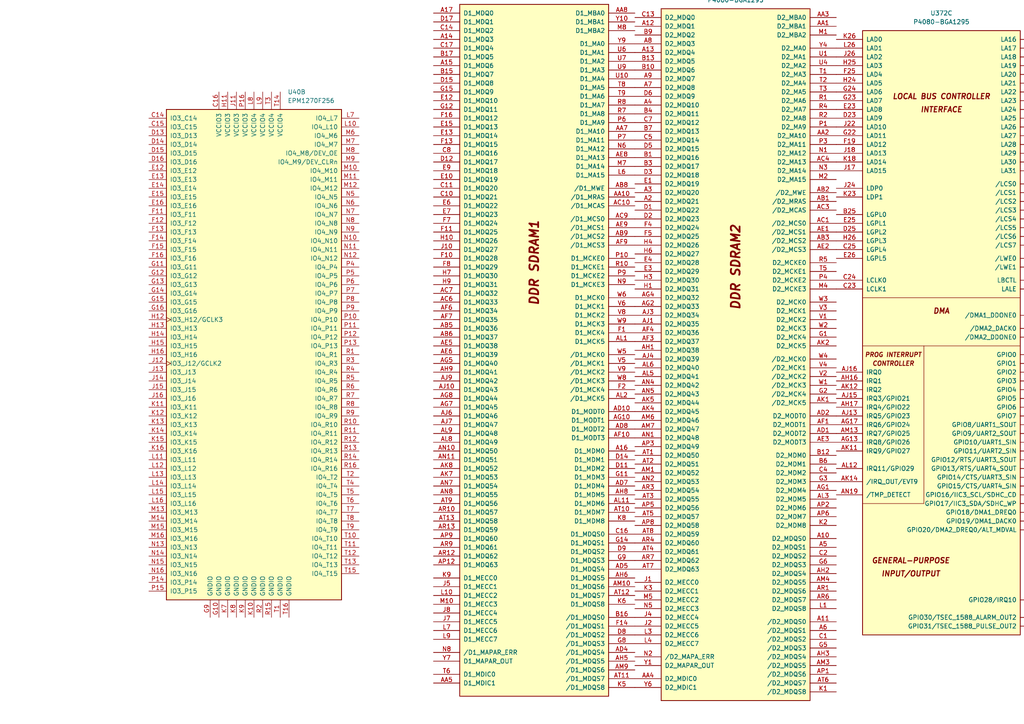
<source format=kicad_sch>
(kicad_sch (version 20250114) (generator "eeschema") (generator_version "9.0")
  (paper "A4")
  (lib_symbols
    (symbol "CPLD_Altera:EPM1270F256" (pin_names (offset 1.016))
      (property "Reference" "U" (at 15.24 72.39 0))
      (property "Value" "EPM1270F256" (at 12.7 -72.39 0))
      (symbol "EPM1270F256_1_1"
        (pin bidirectional line (at -30.48 68.58 0) (length 5.08) (name "IO1_C2") (number "C2"))
        (pin bidirectional line (at -30.48 66.04 0) (length 5.08) (name "IO1_C3") (number "C3"))
        (pin bidirectional line (at -30.48 63.5 0) (length 5.08) (name "IO1_D1") (number "D1"))
        (pin bidirectional line (at -30.48 60.96 0) (length 5.08) (name "IO1_D2") (number "D2"))
        (pin bidirectional line (at -30.48 58.42 0) (length 5.08) (name "IO1_D3") (number "D3"))
        (pin bidirectional line (at -30.48 55.88 0) (length 5.08) (name "IO1_E1") (number "E1"))
        (pin bidirectional line (at -30.48 53.34 0) (length 5.08) (name "IO1_E2") (number "E2"))
        (pin bidirectional line (at -30.48 50.8 0) (length 5.08) (name "IO1_E3") (number "E3"))
        (pin bidirectional line (at -30.48 48.26 0) (length 5.08) (name "IO1_E4") (number "E4"))
        (pin bidirectional line (at -30.48 45.72 0) (length 5.08) (name "IO1_E5") (number "E5"))
        (pin bidirectional line (at -30.48 43.18 0) (length 5.08) (name "IO1_F1") (number "F1"))
        (pin bidirectional line (at -30.48 40.64 0) (length 5.08) (name "IO1_F2") (number "F2"))
        (pin bidirectional line (at -30.48 38.1 0) (length 5.08) (name "IO1_F3") (number "F3"))
        (pin bidirectional line (at -30.48 35.56 0) (length 5.08) (name "IO1_F4") (number "F4"))
        (pin bidirectional line (at -30.48 33.02 0) (length 5.08) (name "IO1_F5") (number "F5"))
        (pin bidirectional line (at -30.48 30.48 0) (length 5.08) (name "IO1_F6") (number "F6"))
        (pin bidirectional line (at -30.48 27.94 0) (length 5.08) (name "IO1_G1") (number "G1"))
        (pin bidirectional line (at -30.48 25.4 0) (length 5.08) (name "IO1_G2") (number "G2"))
        (pin bidirectional line (at -30.48 22.86 0) (length 5.08) (name "IO1_G3") (number "G3"))
        (pin bidirectional line (at -30.48 20.32 0) (length 5.08) (name "IO1_G4") (number "G4"))
        (pin bidirectional line (at -30.48 17.78 0) (length 5.08) (name "IO1_G5") (number "G5"))
        (pin bidirectional line (at -30.48 15.24 0) (length 5.08) (name "IO1_G6") (number "G6"))
        (pin bidirectional line (at -30.48 12.7 0) (length 5.08) (name "IO1_H1") (number "H1"))
        (pin bidirectional line (at -30.48 10.16 0) (length 5.08) (name "IO1_H2") (number "H2"))
        (pin bidirectional line (at -30.48 7.62 0) (length 5.08) (name "IO1_H3") (number "H3"))
        (pin bidirectional line (at -30.48 5.08 0) (length 5.08) (name "IO1_H4") (number "H4"))
        (pin bidirectional clock (at -30.48 2.54 0) (length 5.08) (name "IO1_H5/GCLK0") (number "H5"))
        (pin bidirectional line (at -30.48 0 0) (length 5.08) (name "IO1_J1") (number "J1"))
        (pin bidirectional line (at -30.48 -2.54 0) (length 5.08) (name "IO1_J2") (number "J2"))
        (pin bidirectional line (at -30.48 -5.08 0) (length 5.08) (name "IO1_J3") (number "J3"))
        (pin bidirectional line (at -30.48 -7.62 0) (length 5.08) (name "IO1_J4") (number "J4"))
        (pin bidirectional clock (at -30.48 -10.16 0) (length 5.08) (name "IO1_J5/GCLK1") (number "J5"))
        (pin bidirectional line (at -30.48 -12.7 0) (length 5.08) (name "IO1_K1") (number "K1"))
        (pin bidirectional line (at -30.48 -15.24 0) (length 5.08) (name "IO1_K2") (number "K2"))
        (pin bidirectional line (at -30.48 -17.78 0) (length 5.08) (name "IO1_K3") (number "K3"))
        (pin bidirectional line (at -30.48 -20.32 0) (length 5.08) (name "IO1_K4") (number "K4"))
        (pin bidirectional line (at -30.48 -22.86 0) (length 5.08) (name "IO1_K5") (number "K5"))
        (pin bidirectional line (at -30.48 -25.4 0) (length 5.08) (name "IO1_K6") (number "K6"))
        (pin bidirectional line (at -30.48 -27.94 0) (length 5.08) (name "IO1_L1") (number "L1"))
        (pin bidirectional line (at -30.48 -30.48 0) (length 5.08) (name "IO1_L2") (number "L2"))
        (pin bidirectional line (at -30.48 -33.02 0) (length 5.08) (name "IO1_L3") (number "L3"))
        (pin bidirectional line (at -30.48 -35.56 0) (length 5.08) (name "IO1_L4") (number "L4"))
        (pin bidirectional line (at -30.48 -38.1 0) (length 5.08) (name "IO1_L5") (number "L5"))
        (pin bidirectional line (at -30.48 -40.64 0) (length 5.08) (name "IO1_M1") (number "M1"))
        (pin bidirectional line (at -30.48 -43.18 0) (length 5.08) (name "IO1_M2") (number "M2"))
        (pin bidirectional line (at -30.48 -45.72 0) (length 5.08) (name "IO1_M3") (number "M3"))
        (pin bidirectional line (at -30.48 -48.26 0) (length 5.08) (name "IO1_M4") (number "M4"))
        (pin bidirectional line (at -30.48 -50.8 0) (length 5.08) (name "IO1_N1") (number "N1"))
        (pin bidirectional line (at -30.48 -53.34 0) (length 5.08) (name "IO1_N2") (number "N2"))
        (pin bidirectional line (at -30.48 -55.88 0) (length 5.08) (name "IO1_N3") (number "N3"))
        (pin bidirectional line (at -30.48 -58.42 0) (length 5.08) (name "IO1_P2") (number "P2"))
        (pin input line (at -30.48 -60.96 0) (length 5.08) (name "TMS") (number "N4"))
        (pin input line (at -30.48 -63.5 0) (length 5.08) (name "TDI") (number "L6"))
        (pin input clock (at -30.48 -66.04 0) (length 5.08) (name "TCK") (number "P3"))
        (pin output line (at -30.48 -68.58 0) (length 5.08) (name "TDO") (number "M5"))
        (pin power_in line (at -15.24 76.2 270) (length 5.08) (name "VCCINT") (number "H8"))
        (pin power_in line (at -12.7 76.2 270) (length 5.08) (name "VCCINT") (number "H10"))
        (pin power_in line (at -12.7 -76.2 90) (length 5.08) (name "GNDINT") (number "H7"))
        (pin power_in line (at -10.16 76.2 270) (length 5.08) (name "VCCINT") (number "J7"))
        (pin power_in line (at -10.16 -76.2 90) (length 5.08) (name "GNDINT") (number "H9"))
        (pin power_in line (at -7.62 76.2 270) (length 5.08) (name "VCCINT") (number "J9"))
        (pin power_in line (at -7.62 -76.2 90) (length 5.08) (name "GNDINT") (number "J8"))
        (pin power_in line (at -5.08 76.2 270) (length 5.08) (name "VCCIO1") (number "C1"))
        (pin power_in line (at -5.08 -76.2 90) (length 5.08) (name "GNDINT") (number "J10"))
        (pin power_in line (at -2.54 76.2 270) (length 5.08) (name "VCCIO1") (number "H6"))
        (pin power_in line (at -2.54 -76.2 90) (length 5.08) (name "GNDIO") (number "A1"))
        (pin power_in line (at 0 76.2 270) (length 5.08) (name "VCCIO1") (number "J6"))
        (pin power_in line (at 0 -76.2 90) (length 5.08) (name "GNDIO") (number "A16"))
        (pin power_in line (at 2.54 76.2 270) (length 5.08) (name "VCCIO1") (number "P1"))
        (pin power_in line (at 2.54 -76.2 90) (length 5.08) (name "GNDIO") (number "B2"))
        (pin power_in line (at 5.08 76.2 270) (length 5.08) (name "VCCIO2") (number "A3"))
        (pin power_in line (at 5.08 -76.2 90) (length 5.08) (name "GNDIO") (number "B15"))
        (pin power_in line (at 7.62 76.2 270) (length 5.08) (name "VCCIO2") (number "A14"))
        (pin power_in line (at 7.62 -76.2 90) (length 5.08) (name "GNDIO") (number "G7"))
        (pin power_in line (at 10.16 76.2 270) (length 5.08) (name "VCCIO2") (number "F8"))
        (pin power_in line (at 10.16 -76.2 90) (length 5.08) (name "GNDIO") (number "G8"))
        (pin power_in line (at 12.7 76.2 270) (length 5.08) (name "VCCIO2") (number "F9"))
        (pin bidirectional line (at 30.48 68.58 180) (length 5.08) (name "IO2_A2") (number "A2"))
        (pin bidirectional line (at 30.48 66.04 180) (length 5.08) (name "IO2_A4") (number "A4"))
        (pin bidirectional line (at 30.48 63.5 180) (length 5.08) (name "IO2_A5") (number "A5"))
        (pin bidirectional line (at 30.48 60.96 180) (length 5.08) (name "IO2_A6") (number "A6"))
        (pin bidirectional line (at 30.48 58.42 180) (length 5.08) (name "IO2_A7") (number "A7"))
        (pin bidirectional line (at 30.48 55.88 180) (length 5.08) (name "IO2_A8") (number "A8"))
        (pin bidirectional line (at 30.48 53.34 180) (length 5.08) (name "IO2_A9") (number "A9"))
        (pin bidirectional line (at 30.48 50.8 180) (length 5.08) (name "IO2_A10") (number "A10"))
        (pin bidirectional line (at 30.48 48.26 180) (length 5.08) (name "IO2_A11") (number "A11"))
        (pin bidirectional line (at 30.48 45.72 180) (length 5.08) (name "IO2_A12") (number "A12"))
        (pin bidirectional line (at 30.48 43.18 180) (length 5.08) (name "IO2_A13") (number "A13"))
        (pin bidirectional line (at 30.48 40.64 180) (length 5.08) (name "IO2_A15") (number "A15"))
        (pin bidirectional line (at 30.48 38.1 180) (length 5.08) (name "IO2_B1") (number "B1"))
        (pin bidirectional line (at 30.48 35.56 180) (length 5.08) (name "IO2_B3") (number "B3"))
        (pin bidirectional line (at 30.48 33.02 180) (length 5.08) (name "IO2_B4") (number "B4"))
        (pin bidirectional line (at 30.48 30.48 180) (length 5.08) (name "IO2_B5") (number "B5"))
        (pin bidirectional line (at 30.48 27.94 180) (length 5.08) (name "IO2_B6") (number "B6"))
        (pin bidirectional line (at 30.48 25.4 180) (length 5.08) (name "IO2_B7") (number "B7"))
        (pin bidirectional line (at 30.48 22.86 180) (length 5.08) (name "IO2_B8") (number "B8"))
        (pin bidirectional line (at 30.48 20.32 180) (length 5.08) (name "IO2_B9") (number "B9"))
        (pin bidirectional line (at 30.48 17.78 180) (length 5.08) (name "IO2_B10") (number "B10"))
        (pin bidirectional line (at 30.48 15.24 180) (length 5.08) (name "IO2_B11") (number "B11"))
        (pin bidirectional line (at 30.48 12.7 180) (length 5.08) (name "IO2_B12") (number "B12"))
        (pin bidirectional line (at 30.48 10.16 180) (length 5.08) (name "IO2_B13") (number "B13"))
        (pin bidirectional line (at 30.48 7.62 180) (length 5.08) (name "IO2_B14") (number "B14"))
        (pin bidirectional line (at 30.48 5.08 180) (length 5.08) (name "IO2_B16") (number "B16"))
        (pin bidirectional line (at 30.48 2.54 180) (length 5.08) (name "IO2_C4") (number "C4"))
        (pin bidirectional line (at 30.48 0 180) (length 5.08) (name "IO2_C5") (number "C5"))
        (pin bidirectional line (at 30.48 -2.54 180) (length 5.08) (name "IO2_C6") (number "C6"))
        (pin bidirectional line (at 30.48 -5.08 180) (length 5.08) (name "IO2_C7") (number "C7"))
        (pin bidirectional line (at 30.48 -7.62 180) (length 5.08) (name "IO2_C8") (number "C8"))
        (pin bidirectional line (at 30.48 -10.16 180) (length 5.08) (name "IO2_C9") (number "C9"))
        (pin bidirectional line (at 30.48 -12.7 180) (length 5.08) (name "IO2_C10") (number "C10"))
        (pin bidirectional line (at 30.48 -15.24 180) (length 5.08) (name "IO2_C11") (number "C11"))
        (pin bidirectional line (at 30.48 -17.78 180) (length 5.08) (name "IO2_C12") (number "C12"))
        (pin bidirectional line (at 30.48 -20.32 180) (length 5.08) (name "IO2_C13") (number "C13"))
        (pin bidirectional line (at 30.48 -22.86 180) (length 5.08) (name "IO2_D4") (number "D4"))
        (pin bidirectional line (at 30.48 -25.4 180) (length 5.08) (name "IO2_D5") (number "D5"))
        (pin bidirectional line (at 30.48 -27.94 180) (length 5.08) (name "IO2_D6") (number "D6"))
        (pin bidirectional line (at 30.48 -30.48 180) (length 5.08) (name "IO2_D7") (number "D7"))
        (pin bidirectional line (at 30.48 -33.02 180) (length 5.08) (name "IO2_D8") (number "D8"))
        (pin bidirectional line (at 30.48 -35.56 180) (length 5.08) (name "IO2_D9") (number "D9"))
        (pin bidirectional line (at 30.48 -38.1 180) (length 5.08) (name "IO2_D10") (number "D10"))
        (pin bidirectional line (at 30.48 -40.64 180) (length 5.08) (name "IO2_D11") (number "D11"))
        (pin bidirectional line (at 30.48 -43.18 180) (length 5.08) (name "IO2_D12") (number "D12"))
        (pin bidirectional line (at 30.48 -45.72 180) (length 5.08) (name "IO2_E6") (number "E6"))
        (pin bidirectional line (at 30.48 -48.26 180) (length 5.08) (name "IO2_E7") (number "E7"))
        (pin bidirectional line (at 30.48 -50.8 180) (length 5.08) (name "IO2_E8") (number "E8"))
        (pin bidirectional line (at 30.48 -53.34 180) (length 5.08) (name "IO2_E9") (number "E9"))
        (pin bidirectional line (at 30.48 -55.88 180) (length 5.08) (name "IO2_E10") (number "E10"))
        (pin bidirectional line (at 30.48 -58.42 180) (length 5.08) (name "IO2_E11") (number "E11"))
        (pin bidirectional line (at 30.48 -60.96 180) (length 5.08) (name "IO2_F7") (number "F7"))
        (pin bidirectional line (at 30.48 -63.5 180) (length 5.08) (name "IO2_F10") (number "F10"))
      )
      (symbol "EPM1270F256_2_1"
        (pin bidirectional line (at -30.48 68.58 0) (length 5.08) (name "IO3_C14") (number "C14"))
        (pin bidirectional line (at -30.48 66.04 0) (length 5.08) (name "IO3_C15") (number "C15"))
        (pin bidirectional line (at -30.48 63.5 0) (length 5.08) (name "IO3_D13") (number "D13"))
        (pin bidirectional line (at -30.48 60.96 0) (length 5.08) (name "IO3_D14") (number "D14"))
        (pin bidirectional line (at -30.48 58.42 0) (length 5.08) (name "IO3_D15") (number "D15"))
        (pin bidirectional line (at -30.48 55.88 0) (length 5.08) (name "IO3_D16") (number "D16"))
        (pin bidirectional line (at -30.48 53.34 0) (length 5.08) (name "IO3_E12") (number "E12"))
        (pin bidirectional line (at -30.48 50.8 0) (length 5.08) (name "IO3_E13") (number "E13"))
        (pin bidirectional line (at -30.48 48.26 0) (length 5.08) (name "IO3_E14") (number "E14"))
        (pin bidirectional line (at -30.48 45.72 0) (length 5.08) (name "IO3_E15") (number "E15"))
        (pin bidirectional line (at -30.48 43.18 0) (length 5.08) (name "IO3_E16") (number "E16"))
        (pin bidirectional line (at -30.48 40.64 0) (length 5.08) (name "IO3_F11") (number "F11"))
        (pin bidirectional line (at -30.48 38.1 0) (length 5.08) (name "IO3_F12") (number "F12"))
        (pin bidirectional line (at -30.48 35.56 0) (length 5.08) (name "IO3_F13") (number "F13"))
        (pin bidirectional line (at -30.48 33.02 0) (length 5.08) (name "IO3_F14") (number "F14"))
        (pin bidirectional line (at -30.48 30.48 0) (length 5.08) (name "IO3_F15") (number "F15"))
        (pin bidirectional line (at -30.48 27.94 0) (length 5.08) (name "IO3_F16") (number "F16"))
        (pin bidirectional line (at -30.48 25.4 0) (length 5.08) (name "IO3_G11") (number "G11"))
        (pin bidirectional line (at -30.48 22.86 0) (length 5.08) (name "IO3_G12") (number "G12"))
        (pin bidirectional line (at -30.48 20.32 0) (length 5.08) (name "IO3_G13") (number "G13"))
        (pin bidirectional line (at -30.48 17.78 0) (length 5.08) (name "IO3_G14") (number "G14"))
        (pin bidirectional line (at -30.48 15.24 0) (length 5.08) (name "IO3_G15") (number "G15"))
        (pin bidirectional line (at -30.48 12.7 0) (length 5.08) (name "IO3_G16") (number "G16"))
        (pin bidirectional clock (at -30.48 10.16 0) (length 5.08) (name "IO3_H12/GCLK3") (number "H12"))
        (pin bidirectional line (at -30.48 7.62 0) (length 5.08) (name "IO3_H13") (number "H13"))
        (pin bidirectional line (at -30.48 5.08 0) (length 5.08) (name "IO3_H14") (number "H14"))
        (pin bidirectional line (at -30.48 2.54 0) (length 5.08) (name "IO3_H15") (number "H15"))
        (pin bidirectional line (at -30.48 0 0) (length 5.08) (name "IO3_H16") (number "H16"))
        (pin bidirectional clock (at -30.48 -2.54 0) (length 5.08) (name "IO3_J12/GCLK2") (number "J12"))
        (pin bidirectional line (at -30.48 -5.08 0) (length 5.08) (name "IO3_J13") (number "J13"))
        (pin bidirectional line (at -30.48 -7.62 0) (length 5.08) (name "IO3_J14") (number "J14"))
        (pin bidirectional line (at -30.48 -10.16 0) (length 5.08) (name "IO3_J15") (number "J15"))
        (pin bidirectional line (at -30.48 -12.7 0) (length 5.08) (name "IO3_J16") (number "J16"))
        (pin bidirectional line (at -30.48 -15.24 0) (length 5.08) (name "IO3_K11") (number "K11"))
        (pin bidirectional line (at -30.48 -17.78 0) (length 5.08) (name "IO3_K12") (number "K12"))
        (pin bidirectional line (at -30.48 -20.32 0) (length 5.08) (name "IO3_K13") (number "K13"))
        (pin bidirectional line (at -30.48 -22.86 0) (length 5.08) (name "IO3_K14") (number "K14"))
        (pin bidirectional line (at -30.48 -25.4 0) (length 5.08) (name "IO3_K15") (number "K15"))
        (pin bidirectional line (at -30.48 -27.94 0) (length 5.08) (name "IO3_K16") (number "K16"))
        (pin bidirectional line (at -30.48 -30.48 0) (length 5.08) (name "IO3_L11") (number "L11"))
        (pin bidirectional line (at -30.48 -33.02 0) (length 5.08) (name "IO3_L12") (number "L12"))
        (pin bidirectional line (at -30.48 -35.56 0) (length 5.08) (name "IO3_L13") (number "L13"))
        (pin bidirectional line (at -30.48 -38.1 0) (length 5.08) (name "IO3_L14") (number "L14"))
        (pin bidirectional line (at -30.48 -40.64 0) (length 5.08) (name "IO3_L15") (number "L15"))
        (pin bidirectional line (at -30.48 -43.18 0) (length 5.08) (name "IO3_L16") (number "L16"))
        (pin bidirectional line (at -30.48 -45.72 0) (length 5.08) (name "IO3_M13") (number "M13"))
        (pin bidirectional line (at -30.48 -48.26 0) (length 5.08) (name "IO3_M14") (number "M14"))
        (pin bidirectional line (at -30.48 -50.8 0) (length 5.08) (name "IO3_M15") (number "M15"))
        (pin bidirectional line (at -30.48 -53.34 0) (length 5.08) (name "IO3_M16") (number "M16"))
        (pin bidirectional line (at -30.48 -55.88 0) (length 5.08) (name "IO3_N13") (number "N13"))
        (pin bidirectional line (at -30.48 -58.42 0) (length 5.08) (name "IO3_N14") (number "N14"))
        (pin bidirectional line (at -30.48 -60.96 0) (length 5.08) (name "IO3_N15") (number "N15"))
        (pin bidirectional line (at -30.48 -63.5 0) (length 5.08) (name "IO3_N16") (number "N16"))
        (pin bidirectional line (at -30.48 -66.04 0) (length 5.08) (name "IO3_P14") (number "P14"))
        (pin bidirectional line (at -30.48 -68.58 0) (length 5.08) (name "IO3_P15") (number "P15"))
        (pin power_in line (at -12.7 -76.2 90) (length 5.08) (name "GNDIO") (number "G9"))
        (pin power_in line (at -10.16 76.2 270) (length 5.08) (name "VCCIO3") (number "C16"))
        (pin power_in line (at -10.16 -76.2 90) (length 5.08) (name "GNDIO") (number "G10"))
        (pin power_in line (at -7.62 76.2 270) (length 5.08) (name "VCCIO3") (number "H11"))
        (pin power_in line (at -7.62 -76.2 90) (length 5.08) (name "GNDIO") (number "K7"))
        (pin power_in line (at -5.08 76.2 270) (length 5.08) (name "VCCIO3") (number "J11"))
        (pin power_in line (at -5.08 -76.2 90) (length 5.08) (name "GNDIO") (number "K8"))
        (pin power_in line (at -2.54 76.2 270) (length 5.08) (name "VCCIO3") (number "P16"))
        (pin power_in line (at -2.54 -76.2 90) (length 5.08) (name "GNDIO") (number "K9"))
        (pin power_in line (at 0 76.2 270) (length 5.08) (name "VCCIO4") (number "L8"))
        (pin power_in line (at 0 -76.2 90) (length 5.08) (name "GNDIO") (number "K10"))
        (pin power_in line (at 2.54 76.2 270) (length 5.08) (name "VCCIO4") (number "L9"))
        (pin power_in line (at 2.54 -76.2 90) (length 5.08) (name "GNDIO") (number "R2"))
        (pin power_in line (at 5.08 76.2 270) (length 5.08) (name "VCCIO4") (number "T3"))
        (pin power_in line (at 5.08 -76.2 90) (length 5.08) (name "GNDIO") (number "R15"))
        (pin power_in line (at 7.62 76.2 270) (length 5.08) (name "VCCIO4") (number "T14"))
        (pin power_in line (at 7.62 -76.2 90) (length 5.08) (name "GNDIO") (number "T1"))
        (pin power_in line (at 10.16 -76.2 90) (length 5.08) (name "GNDIO") (number "T16"))
        (pin bidirectional line (at 30.48 68.58 180) (length 5.08) (name "IO4_L7") (number "L7"))
        (pin bidirectional line (at 30.48 66.04 180) (length 5.08) (name "IO4_L10") (number "L10"))
        (pin bidirectional line (at 30.48 63.5 180) (length 5.08) (name "IO4_M6") (number "M6"))
        (pin bidirectional line (at 30.48 60.96 180) (length 5.08) (name "IO4_M7") (number "M7"))
        (pin bidirectional line (at 30.48 58.42 180) (length 5.08) (name "IO4_M8/DEV_OE") (number "M8"))
        (pin bidirectional line (at 30.48 55.88 180) (length 5.08) (name "IO4_M9/DEV_CLRn") (number "M9"))
        (pin bidirectional line (at 30.48 53.34 180) (length 5.08) (name "IO4_M10") (number "M10"))
        (pin bidirectional line (at 30.48 50.8 180) (length 5.08) (name "IO4_M11") (number "M11"))
        (pin bidirectional line (at 30.48 48.26 180) (length 5.08) (name "IO4_M12") (number "M12"))
        (pin bidirectional line (at 30.48 45.72 180) (length 5.08) (name "IO4_N5") (number "N5"))
        (pin bidirectional line (at 30.48 43.18 180) (length 5.08) (name "IO4_N6") (number "N6"))
        (pin bidirectional line (at 30.48 40.64 180) (length 5.08) (name "IO4_N7") (number "N7"))
        (pin bidirectional line (at 30.48 38.1 180) (length 5.08) (name "IO4_N8") (number "N8"))
        (pin bidirectional line (at 30.48 35.56 180) (length 5.08) (name "IO4_N9") (number "N9"))
        (pin bidirectional line (at 30.48 33.02 180) (length 5.08) (name "IO4_N10") (number "N10"))
        (pin bidirectional line (at 30.48 30.48 180) (length 5.08) (name "IO4_N11") (number "N11"))
        (pin bidirectional line (at 30.48 27.94 180) (length 5.08) (name "IO4_N12") (number "N12"))
        (pin bidirectional line (at 30.48 25.4 180) (length 5.08) (name "IO4_P4") (number "P4"))
        (pin bidirectional line (at 30.48 22.86 180) (length 5.08) (name "IO4_P5") (number "P5"))
        (pin bidirectional line (at 30.48 20.32 180) (length 5.08) (name "IO4_P6") (number "P6"))
        (pin bidirectional line (at 30.48 17.78 180) (length 5.08) (name "IO4_P7") (number "P7"))
        (pin bidirectional line (at 30.48 15.24 180) (length 5.08) (name "IO4_P8") (number "P8"))
        (pin bidirectional line (at 30.48 12.7 180) (length 5.08) (name "IO4_P9") (number "P9"))
        (pin bidirectional line (at 30.48 10.16 180) (length 5.08) (name "IO4_P10") (number "P10"))
        (pin bidirectional line (at 30.48 7.62 180) (length 5.08) (name "IO4_P11") (number "P11"))
        (pin bidirectional line (at 30.48 5.08 180) (length 5.08) (name "IO4_P12") (number "P12"))
        (pin bidirectional line (at 30.48 2.54 180) (length 5.08) (name "IO4_P13") (number "P13"))
        (pin bidirectional line (at 30.48 0 180) (length 5.08) (name "IO4_R1") (number "R1"))
        (pin bidirectional line (at 30.48 -2.54 180) (length 5.08) (name "IO4_R3") (number "R3"))
        (pin bidirectional line (at 30.48 -5.08 180) (length 5.08) (name "IO4_R4") (number "R4"))
        (pin bidirectional line (at 30.48 -7.62 180) (length 5.08) (name "IO4_R5") (number "R5"))
        (pin bidirectional line (at 30.48 -10.16 180) (length 5.08) (name "IO4_R6") (number "R6"))
        (pin bidirectional line (at 30.48 -12.7 180) (length 5.08) (name "IO4_R7") (number "R7"))
        (pin bidirectional line (at 30.48 -15.24 180) (length 5.08) (name "IO4_R8") (number "R8"))
        (pin bidirectional line (at 30.48 -17.78 180) (length 5.08) (name "IO4_R9") (number "R9"))
        (pin bidirectional line (at 30.48 -20.32 180) (length 5.08) (name "IO4_R10") (number "R10"))
        (pin bidirectional line (at 30.48 -22.86 180) (length 5.08) (name "IO4_R11") (number "R11"))
        (pin bidirectional line (at 30.48 -25.4 180) (length 5.08) (name "IO4_R12") (number "R12"))
        (pin bidirectional line (at 30.48 -27.94 180) (length 5.08) (name "IO4_R13") (number "R13"))
        (pin bidirectional line (at 30.48 -30.48 180) (length 5.08) (name "IO4_R14") (number "R14"))
        (pin bidirectional line (at 30.48 -33.02 180) (length 5.08) (name "IO4_R16") (number "R16"))
        (pin bidirectional line (at 30.48 -35.56 180) (length 5.08) (name "IO4_T2") (number "T2"))
        (pin bidirectional line (at 30.48 -38.1 180) (length 5.08) (name "IO4_T4") (number "T4"))
        (pin bidirectional line (at 30.48 -40.64 180) (length 5.08) (name "IO4_T5") (number "T5"))
        (pin bidirectional line (at 30.48 -43.18 180) (length 5.08) (name "IO4_T6") (number "T6"))
        (pin bidirectional line (at 30.48 -45.72 180) (length 5.08) (name "IO4_T7") (number "T7"))
        (pin bidirectional line (at 30.48 -48.26 180) (length 5.08) (name "IO4_T8") (number "T8"))
        (pin bidirectional line (at 30.48 -50.8 180) (length 5.08) (name "IO4_T9") (number "T9"))
        (pin bidirectional line (at 30.48 -53.34 180) (length 5.08) (name "IO4_T10") (number "T10"))
        (pin bidirectional line (at 30.48 -55.88 180) (length 5.08) (name "IO4_T11") (number "T11"))
        (pin bidirectional line (at 30.48 -58.42 180) (length 5.08) (name "IO4_T12") (number "T12"))
        (pin bidirectional line (at 30.48 -60.96 180) (length 5.08) (name "IO4_T13") (number "T13"))
        (pin bidirectional line (at 30.48 -63.5 180) (length 5.08) (name "IO4_T15") (number "T15"))
      )
    )
    (symbol "CPU:P4080-BGA1295" (pin_names (offset 1.016))
      (property "Reference" "U" (at 1.27 19.05 0))
      (property "Value" "P4080-BGA1295" (at 1.27 16.51 0))
      (symbol "P4080-BGA1295_1_1"
        (text "DDR SDRAM1" (at 1.27 26.67 900) (effects (font (size 2.54 2.54) (bold yes) (italic yes))))
        (pin bidirectional line (at -27.94 99.06 0) (length 7.62) (name "D1_MDQ0") (number "A17"))
        (pin bidirectional line (at -27.94 96.52 0) (length 7.62) (name "D1_MDQ1") (number "D17"))
        (pin bidirectional line (at -27.94 93.98 0) (length 7.62) (name "D1_MDQ2") (number "C14"))
        (pin bidirectional line (at -27.94 91.44 0) (length 7.62) (name "D1_MDQ3") (number "A14"))
        (pin bidirectional line (at -27.94 88.9 0) (length 7.62) (name "D1_MDQ4") (number "C17"))
        (pin bidirectional line (at -27.94 86.36 0) (length 7.62) (name "D1_MDQ5") (number "B17"))
        (pin bidirectional line (at -27.94 83.82 0) (length 7.62) (name "D1_MDQ6") (number "A15"))
        (pin bidirectional line (at -27.94 81.28 0) (length 7.62) (name "D1_MDQ7") (number "B15"))
        (pin bidirectional line (at -27.94 78.74 0) (length 7.62) (name "D1_MDQ8") (number "D15"))
        (pin bidirectional line (at -27.94 76.2 0) (length 7.62) (name "D1_MDQ9") (number "G15"))
        (pin bidirectional line (at -27.94 73.66 0) (length 7.62) (name "D1_MDQ10") (number "E12"))
        (pin bidirectional line (at -27.94 71.12 0) (length 7.62) (name "D1_MDQ11") (number "G12"))
        (pin bidirectional line (at -27.94 68.58 0) (length 7.62) (name "D1_MDQ12") (number "F16"))
        (pin bidirectional line (at -27.94 66.04 0) (length 7.62) (name "D1_MDQ13") (number "E15"))
        (pin bidirectional line (at -27.94 63.5 0) (length 7.62) (name "D1_MDQ14") (number "E13"))
        (pin bidirectional line (at -27.94 60.96 0) (length 7.62) (name "D1_MDQ15") (number "F13"))
        (pin bidirectional line (at -27.94 58.42 0) (length 7.62) (name "D1_MDQ16") (number "C8"))
        (pin bidirectional line (at -27.94 55.88 0) (length 7.62) (name "D1_MDQ17") (number "D12"))
        (pin bidirectional line (at -27.94 53.34 0) (length 7.62) (name "D1_MDQ18") (number "E9"))
        (pin bidirectional line (at -27.94 50.8 0) (length 7.62) (name "D1_MDQ19") (number "E10"))
        (pin bidirectional line (at -27.94 48.26 0) (length 7.62) (name "D1_MDQ20") (number "C11"))
        (pin bidirectional line (at -27.94 45.72 0) (length 7.62) (name "D1_MDQ21") (number "C10"))
        (pin bidirectional line (at -27.94 43.18 0) (length 7.62) (name "D1_MDQ22") (number "E6"))
        (pin bidirectional line (at -27.94 40.64 0) (length 7.62) (name "D1_MDQ23") (number "E7"))
        (pin bidirectional line (at -27.94 38.1 0) (length 7.62) (name "D1_MDQ24") (number "F7"))
        (pin bidirectional line (at -27.94 35.56 0) (length 7.62) (name "D1_MDQ25") (number "F11"))
        (pin bidirectional line (at -27.94 33.02 0) (length 7.62) (name "D1_MDQ26") (number "H10"))
        (pin bidirectional line (at -27.94 30.48 0) (length 7.62) (name "D1_MDQ27") (number "J10"))
        (pin bidirectional line (at -27.94 27.94 0) (length 7.62) (name "D1_MDQ28") (number "F10"))
        (pin bidirectional line (at -27.94 25.4 0) (length 7.62) (name "D1_MDQ29") (number "F8"))
        (pin bidirectional line (at -27.94 22.86 0) (length 7.62) (name "D1_MDQ30") (number "H7"))
        (pin bidirectional line (at -27.94 20.32 0) (length 7.62) (name "D1_MDQ31") (number "H9"))
        (pin bidirectional line (at -27.94 17.78 0) (length 7.62) (name "D1_MDQ32") (number "AC7"))
        (pin bidirectional line (at -27.94 15.24 0) (length 7.62) (name "D1_MDQ33") (number "AC6"))
        (pin bidirectional line (at -27.94 12.7 0) (length 7.62) (name "D1_MDQ34") (number "AF6"))
        (pin bidirectional line (at -27.94 10.16 0) (length 7.62) (name "D1_MDQ35") (number "AF7"))
        (pin bidirectional line (at -27.94 7.62 0) (length 7.62) (name "D1_MDQ36") (number "AB5"))
        (pin bidirectional line (at -27.94 5.08 0) (length 7.62) (name "D1_MDQ37") (number "AB6"))
        (pin bidirectional line (at -27.94 2.54 0) (length 7.62) (name "D1_MDQ38") (number "AE5"))
        (pin bidirectional line (at -27.94 0 0) (length 7.62) (name "D1_MDQ39") (number "AE6"))
        (pin bidirectional line (at -27.94 -2.54 0) (length 7.62) (name "D1_MDQ40") (number "AG5"))
        (pin bidirectional line (at -27.94 -5.08 0) (length 7.62) (name "D1_MDQ41") (number "AH9"))
        (pin bidirectional line (at -27.94 -7.62 0) (length 7.62) (name "D1_MDQ42") (number "AJ9"))
        (pin bidirectional line (at -27.94 -10.16 0) (length 7.62) (name "D1_MDQ43") (number "AJ10"))
        (pin bidirectional line (at -27.94 -12.7 0) (length 7.62) (name "D1_MDQ44") (number "AG8"))
        (pin bidirectional line (at -27.94 -15.24 0) (length 7.62) (name "D1_MDQ45") (number "AG7"))
        (pin bidirectional line (at -27.94 -17.78 0) (length 7.62) (name "D1_MDQ46") (number "AJ6"))
        (pin bidirectional line (at -27.94 -20.32 0) (length 7.62) (name "D1_MDQ47") (number "AJ7"))
        (pin bidirectional line (at -27.94 -22.86 0) (length 7.62) (name "D1_MDQ48") (number "AL9"))
        (pin bidirectional line (at -27.94 -25.4 0) (length 7.62) (name "D1_MDQ49") (number "AL8"))
        (pin bidirectional line (at -27.94 -27.94 0) (length 7.62) (name "D1_MDQ50") (number "AN10"))
        (pin bidirectional line (at -27.94 -30.48 0) (length 7.62) (name "D1_MDQ51") (number "AN11"))
        (pin bidirectional line (at -27.94 -33.02 0) (length 7.62) (name "D1_MDQ52") (number "AK8"))
        (pin bidirectional line (at -27.94 -35.56 0) (length 7.62) (name "D1_MDQ53") (number "AK7"))
        (pin bidirectional line (at -27.94 -38.1 0) (length 7.62) (name "D1_MDQ54") (number "AN7"))
        (pin bidirectional line (at -27.94 -40.64 0) (length 7.62) (name "D1_MDQ55") (number "AN8"))
        (pin bidirectional line (at -27.94 -43.18 0) (length 7.62) (name "D1_MDQ56") (number "AT9"))
        (pin bidirectional line (at -27.94 -45.72 0) (length 7.62) (name "D1_MDQ57") (number "AR10"))
        (pin bidirectional line (at -27.94 -48.26 0) (length 7.62) (name "D1_MDQ58") (number "AT13"))
        (pin bidirectional line (at -27.94 -50.8 0) (length 7.62) (name "D1_MDQ59") (number "AR13"))
        (pin bidirectional line (at -27.94 -53.34 0) (length 7.62) (name "D1_MDQ60") (number "AP9"))
        (pin bidirectional line (at -27.94 -55.88 0) (length 7.62) (name "D1_MDQ61") (number "AR9"))
        (pin bidirectional line (at -27.94 -58.42 0) (length 7.62) (name "D1_MDQ62") (number "AR12"))
        (pin bidirectional line (at -27.94 -60.96 0) (length 7.62) (name "D1_MDQ63") (number "AP12"))
        (pin bidirectional line (at -27.94 -64.77 0) (length 7.62) (name "D1_MECC0") (number "K9"))
        (pin bidirectional line (at -27.94 -67.31 0) (length 7.62) (name "D1_MECC1") (number "J5"))
        (pin bidirectional line (at -27.94 -69.85 0) (length 7.62) (name "D1_MECC2") (number "L10"))
        (pin bidirectional line (at -27.94 -72.39 0) (length 7.62) (name "D1_MECC3") (number "M10"))
        (pin bidirectional line (at -27.94 -74.93 0) (length 7.62) (name "D1_MECC4") (number "J8"))
        (pin bidirectional line (at -27.94 -77.47 0) (length 7.62) (name "D1_MECC5") (number "J7"))
        (pin bidirectional line (at -27.94 -80.01 0) (length 7.62) (name "D1_MECC6") (number "L7"))
        (pin bidirectional line (at -27.94 -82.55 0) (length 7.62) (name "D1_MECC7") (number "L9"))
        (pin input line (at -27.94 -86.36 0) (length 7.62) (name "/D1_MAPAR_ERR") (number "N8"))
        (pin output line (at -27.94 -88.9 0) (length 7.62) (name "D1_MAPAR_OUT") (number "Y7"))
        (pin bidirectional line (at -27.94 -92.71 0) (length 7.62) (name "D1_MDIC0") (number "T6"))
        (pin bidirectional line (at -27.94 -95.25 0) (length 7.62) (name "D1_MDIC1") (number "AA5"))
        (pin output line (at 30.48 99.06 180) (length 7.62) (name "D1_MBA0") (number "AA8"))
        (pin output line (at 30.48 96.52 180) (length 7.62) (name "D1_MBA1") (number "Y10"))
        (pin output line (at 30.48 93.98 180) (length 7.62) (name "D1_MBA2") (number "M8"))
        (pin output line (at 30.48 90.17 180) (length 7.62) (name "D1_MA0") (number "Y9"))
        (pin output line (at 30.48 87.63 180) (length 7.62) (name "D1_MA1") (number "U6"))
        (pin output line (at 30.48 85.09 180) (length 7.62) (name "D1_MA2") (number "U7"))
        (pin output line (at 30.48 82.55 180) (length 7.62) (name "D1_MA3") (number "U9"))
        (pin output line (at 30.48 80.01 180) (length 7.62) (name "D1_MA4") (number "U10"))
        (pin output line (at 30.48 77.47 180) (length 7.62) (name "D1_MA5") (number "T8"))
        (pin output line (at 30.48 74.93 180) (length 7.62) (name "D1_MA6") (number "T9"))
        (pin output line (at 30.48 72.39 180) (length 7.62) (name "D1_MA7") (number "R8"))
        (pin output line (at 30.48 69.85 180) (length 7.62) (name "D1_MA8") (number "R7"))
        (pin output line (at 30.48 67.31 180) (length 7.62) (name "D1_MA9") (number "P6"))
        (pin output line (at 30.48 64.77 180) (length 7.62) (name "D1_MA10") (number "AA7"))
        (pin output line (at 30.48 62.23 180) (length 7.62) (name "D1_MA11") (number "P7"))
        (pin output line (at 30.48 59.69 180) (length 7.62) (name "D1_MA12") (number "N6"))
        (pin output line (at 30.48 57.15 180) (length 7.62) (name "D1_MA13") (number "AE8"))
        (pin output line (at 30.48 54.61 180) (length 7.62) (name "D1_MA14") (number "M7"))
        (pin output line (at 30.48 52.07 180) (length 7.62) (name "D1_MA15") (number "L6"))
        (pin output line (at 30.48 48.26 180) (length 7.62) (name "/D1_MWE") (number "AB8"))
        (pin output line (at 30.48 45.72 180) (length 7.62) (name "/D1_MRAS") (number "AA10"))
        (pin output line (at 30.48 43.18 180) (length 7.62) (name "/D1_MCAS") (number "AC10"))
        (pin output line (at 30.48 39.37 180) (length 7.62) (name "/D1_MCS0") (number "AC9"))
        (pin output line (at 30.48 36.83 180) (length 7.62) (name "/D1_MCS1") (number "AE9"))
        (pin output line (at 30.48 34.29 180) (length 7.62) (name "/D1_MCS2") (number "AB9"))
        (pin output line (at 30.48 31.75 180) (length 7.62) (name "/D1_MCS3") (number "AF9"))
        (pin output line (at 30.48 27.94 180) (length 7.62) (name "D1_MCKE0") (number "P10"))
        (pin output line (at 30.48 25.4 180) (length 7.62) (name "D1_MCKE1") (number "R10"))
        (pin output line (at 30.48 22.86 180) (length 7.62) (name "D1_MCKE2") (number "P9"))
        (pin output line (at 30.48 20.32 180) (length 7.62) (name "D1_MCKE3") (number "N9"))
        (pin output line (at 30.48 16.51 180) (length 7.62) (name "D1_MCK0") (number "W6"))
        (pin output line (at 30.48 13.97 180) (length 7.62) (name "D1_MCK1") (number "V6"))
        (pin output line (at 30.48 11.43 180) (length 7.62) (name "D1_MCK2") (number "V8"))
        (pin output line (at 30.48 8.89 180) (length 7.62) (name "D1_MCK3") (number "W9"))
        (pin output line (at 30.48 6.35 180) (length 7.62) (name "D1_MCK4") (number "F1"))
        (pin output line (at 30.48 3.81 180) (length 7.62) (name "D1_MCK5") (number "AL1"))
        (pin output line (at 30.48 0 180) (length 7.62) (name "/D1_MCK0") (number "W5"))
        (pin output line (at 30.48 -2.54 180) (length 7.62) (name "/D1_MCK1") (number "V5"))
        (pin output line (at 30.48 -5.08 180) (length 7.62) (name "/D1_MCK2") (number "V9"))
        (pin output line (at 30.48 -7.62 180) (length 7.62) (name "/D1_MCK3") (number "W8"))
        (pin output line (at 30.48 -10.16 180) (length 7.62) (name "/D1_MCK4") (number "F2"))
        (pin output line (at 30.48 -12.7 180) (length 7.62) (name "/D1_MCK5") (number "AL2"))
        (pin output line (at 30.48 -16.51 180) (length 7.62) (name "D1_MODT0") (number "AD10"))
        (pin output line (at 30.48 -19.05 180) (length 7.62) (name "D1_MODT1") (number "AG10"))
        (pin output line (at 30.48 -21.59 180) (length 7.62) (name "D1_MODT2") (number "AD8"))
        (pin output line (at 30.48 -24.13 180) (length 7.62) (name "D1_MODT3") (number "AF10"))
        (pin output line (at 30.48 -27.94 180) (length 7.62) (name "D1_MDM0") (number "A16"))
        (pin output line (at 30.48 -30.48 180) (length 7.62) (name "D1_MDM1") (number "D14"))
        (pin output line (at 30.48 -33.02 180) (length 7.62) (name "D1_MDM2") (number "D11"))
        (pin output line (at 30.48 -35.56 180) (length 7.62) (name "D1_MDM3") (number "G11"))
        (pin output line (at 30.48 -38.1 180) (length 7.62) (name "D1_MDM4") (number "AD7"))
        (pin output line (at 30.48 -40.64 180) (length 7.62) (name "D1_MDM5") (number "AH8"))
        (pin output line (at 30.48 -43.18 180) (length 7.62) (name "D1_MDM6") (number "AL11"))
        (pin output line (at 30.48 -45.72 180) (length 7.62) (name "D1_MDM7") (number "AT10"))
        (pin output line (at 30.48 -48.26 180) (length 7.62) (name "D1_MDM8") (number "K8"))
        (pin bidirectional line (at 30.48 -52.07 180) (length 7.62) (name "D1_MDQS0") (number "C16"))
        (pin bidirectional line (at 30.48 -54.61 180) (length 7.62) (name "D1_MDQS1") (number "G14"))
        (pin bidirectional line (at 30.48 -57.15 180) (length 7.62) (name "D1_MDQS2") (number "D9"))
        (pin bidirectional line (at 30.48 -59.69 180) (length 7.62) (name "D1_MDQS3") (number "G9"))
        (pin bidirectional line (at 30.48 -62.23 180) (length 7.62) (name "D1_MDQS4") (number "AD5"))
        (pin bidirectional line (at 30.48 -64.77 180) (length 7.62) (name "D1_MDQS5") (number "AH6"))
        (pin bidirectional line (at 30.48 -67.31 180) (length 7.62) (name "D1_MDQS6") (number "AM10"))
        (pin bidirectional line (at 30.48 -69.85 180) (length 7.62) (name "D1_MDQS7") (number "AT12"))
        (pin bidirectional line (at 30.48 -72.39 180) (length 7.62) (name "D1_MDQS8") (number "K6"))
        (pin bidirectional line (at 30.48 -76.2 180) (length 7.62) (name "/D1_MDQS0") (number "B16"))
        (pin bidirectional line (at 30.48 -78.74 180) (length 7.62) (name "/D1_MDQS1") (number "F14"))
        (pin bidirectional line (at 30.48 -81.28 180) (length 7.62) (name "/D1_MDQS2") (number "D8"))
        (pin bidirectional line (at 30.48 -83.82 180) (length 7.62) (name "/D1_MDQS3") (number "G8"))
        (pin bidirectional line (at 30.48 -86.36 180) (length 7.62) (name "/D1_MDQS4") (number "AD4"))
        (pin bidirectional line (at 30.48 -88.9 180) (length 7.62) (name "/D1_MDQS5") (number "AH5"))
        (pin bidirectional line (at 30.48 -91.44 180) (length 7.62) (name "/D1_MDQS6") (number "AM9"))
        (pin bidirectional line (at 30.48 -93.98 180) (length 7.62) (name "/D1_MDQS7") (number "AT11"))
        (pin bidirectional line (at 30.48 -96.52 180) (length 7.62) (name "/D1_MDQS8") (number "K5"))
      )
      (symbol "P4080-BGA1295_2_1"
        (text "DDR SDRAM2" (at 1.27 26.67 900) (effects (font (size 2.54 2.54) (bold yes) (italic yes))))
        (pin bidirectional line (at -27.94 99.06 0) (length 7.62) (name "D2_MDQ0") (number "C13"))
        (pin bidirectional line (at -27.94 96.52 0) (length 7.62) (name "D2_MDQ1") (number "A12"))
        (pin bidirectional line (at -27.94 93.98 0) (length 7.62) (name "D2_MDQ2") (number "B9"))
        (pin bidirectional line (at -27.94 91.44 0) (length 7.62) (name "D2_MDQ3") (number "A8"))
        (pin bidirectional line (at -27.94 88.9 0) (length 7.62) (name "D2_MDQ4") (number "A13"))
        (pin bidirectional line (at -27.94 86.36 0) (length 7.62) (name "D2_MDQ5") (number "B13"))
        (pin bidirectional line (at -27.94 83.82 0) (length 7.62) (name "D2_MDQ6") (number "B10"))
        (pin bidirectional line (at -27.94 81.28 0) (length 7.62) (name "D2_MDQ7") (number "A9"))
        (pin bidirectional line (at -27.94 78.74 0) (length 7.62) (name "D2_MDQ8") (number "A7"))
        (pin bidirectional line (at -27.94 76.2 0) (length 7.62) (name "D2_MDQ9") (number "D6"))
        (pin bidirectional line (at -27.94 73.66 0) (length 7.62) (name "D2_MDQ10") (number "A4"))
        (pin bidirectional line (at -27.94 71.12 0) (length 7.62) (name "D2_MDQ11") (number "B4"))
        (pin bidirectional line (at -27.94 68.58 0) (length 7.62) (name "D2_MDQ12") (number "C7"))
        (pin bidirectional line (at -27.94 66.04 0) (length 7.62) (name "D2_MDQ13") (number "B7"))
        (pin bidirectional line (at -27.94 63.5 0) (length 7.62) (name "D2_MDQ14") (number "C5"))
        (pin bidirectional line (at -27.94 60.96 0) (length 7.62) (name "D2_MDQ15") (number "D5"))
        (pin bidirectional line (at -27.94 58.42 0) (length 7.62) (name "D2_MDQ16") (number "B1"))
        (pin bidirectional line (at -27.94 55.88 0) (length 7.62) (name "D2_MDQ17") (number "B3"))
        (pin bidirectional line (at -27.94 53.34 0) (length 7.62) (name "D2_MDQ18") (number "D3"))
        (pin bidirectional line (at -27.94 50.8 0) (length 7.62) (name "D2_MDQ19") (number "E1"))
        (pin bidirectional line (at -27.94 48.26 0) (length 7.62) (name "D2_MDQ20") (number "A3"))
        (pin bidirectional line (at -27.94 45.72 0) (length 7.62) (name "D2_MDQ21") (number "A2"))
        (pin bidirectional line (at -27.94 43.18 0) (length 7.62) (name "D2_MDQ22") (number "D1"))
        (pin bidirectional line (at -27.94 40.64 0) (length 7.62) (name "D2_MDQ23") (number "D2"))
        (pin bidirectional line (at -27.94 38.1 0) (length 7.62) (name "D2_MDQ24") (number "F4"))
        (pin bidirectional line (at -27.94 35.56 0) (length 7.62) (name "D2_MDQ25") (number "F5"))
        (pin bidirectional line (at -27.94 33.02 0) (length 7.62) (name "D2_MDQ26") (number "H4"))
        (pin bidirectional line (at -27.94 30.48 0) (length 7.62) (name "D2_MDQ27") (number "H6"))
        (pin bidirectional line (at -27.94 27.94 0) (length 7.62) (name "D2_MDQ28") (number "E4"))
        (pin bidirectional line (at -27.94 25.4 0) (length 7.62) (name "D2_MDQ29") (number "E3"))
        (pin bidirectional line (at -27.94 22.86 0) (length 7.62) (name "D2_MDQ30") (number "H3"))
        (pin bidirectional line (at -27.94 20.32 0) (length 7.62) (name "D2_MDQ31") (number "H1"))
        (pin bidirectional line (at -27.94 17.78 0) (length 7.62) (name "D2_MDQ32") (number "AG4"))
        (pin bidirectional line (at -27.94 15.24 0) (length 7.62) (name "D2_MDQ33") (number "AG2"))
        (pin bidirectional line (at -27.94 12.7 0) (length 7.62) (name "D2_MDQ34") (number "AJ3"))
        (pin bidirectional line (at -27.94 10.16 0) (length 7.62) (name "D2_MDQ35") (number "AJ1"))
        (pin bidirectional line (at -27.94 7.62 0) (length 7.62) (name "D2_MDQ36") (number "AF4"))
        (pin bidirectional line (at -27.94 5.08 0) (length 7.62) (name "D2_MDQ37") (number "AF3"))
        (pin bidirectional line (at -27.94 2.54 0) (length 7.62) (name "D2_MDQ38") (number "AH1"))
        (pin bidirectional line (at -27.94 0 0) (length 7.62) (name "D2_MDQ39") (number "AJ4"))
        (pin bidirectional line (at -27.94 -2.54 0) (length 7.62) (name "D2_MDQ40") (number "AL6"))
        (pin bidirectional line (at -27.94 -5.08 0) (length 7.62) (name "D2_MDQ41") (number "AL5"))
        (pin bidirectional line (at -27.94 -7.62 0) (length 7.62) (name "D2_MDQ42") (number "AN4"))
        (pin bidirectional line (at -27.94 -10.16 0) (length 7.62) (name "D2_MDQ43") (number "AN5"))
        (pin bidirectional line (at -27.94 -12.7 0) (length 7.62) (name "D2_MDQ44") (number "AK5"))
        (pin bidirectional line (at -27.94 -15.24 0) (length 7.62) (name "D2_MDQ45") (number "AK4"))
        (pin bidirectional line (at -27.94 -17.78 0) (length 7.62) (name "D2_MDQ46") (number "AM6"))
        (pin bidirectional line (at -27.94 -20.32 0) (length 7.62) (name "D2_MDQ47") (number "AM7"))
        (pin bidirectional line (at -27.94 -22.86 0) (length 7.62) (name "D2_MDQ48") (number "AN1"))
        (pin bidirectional line (at -27.94 -25.4 0) (length 7.62) (name "D2_MDQ49") (number "AP3"))
        (pin bidirectional line (at -27.94 -27.94 0) (length 7.62) (name "D2_MDQ50") (number "AT1"))
        (pin bidirectional line (at -27.94 -30.48 0) (length 7.62) (name "D2_MDQ51") (number "AT2"))
        (pin bidirectional line (at -27.94 -33.02 0) (length 7.62) (name "D2_MDQ52") (number "AM1"))
        (pin bidirectional line (at -27.94 -35.56 0) (length 7.62) (name "D2_MDQ53") (number "AN2"))
        (pin bidirectional line (at -27.94 -38.1 0) (length 7.62) (name "D2_MDQ54") (number "AR3"))
        (pin bidirectional line (at -27.94 -40.64 0) (length 7.62) (name "D2_MDQ55") (number "AT3"))
        (pin bidirectional line (at -27.94 -43.18 0) (length 7.62) (name "D2_MDQ56") (number "AP5"))
        (pin bidirectional line (at -27.94 -45.72 0) (length 7.62) (name "D2_MDQ57") (number "AT5"))
        (pin bidirectional line (at -27.94 -48.26 0) (length 7.62) (name "D2_MDQ58") (number "AP8"))
        (pin bidirectional line (at -27.94 -50.8 0) (length 7.62) (name "D2_MDQ59") (number "AT8"))
        (pin bidirectional line (at -27.94 -53.34 0) (length 7.62) (name "D2_MDQ60") (number "AR4"))
        (pin bidirectional line (at -27.94 -55.88 0) (length 7.62) (name "D2_MDQ61") (number "AT4"))
        (pin bidirectional line (at -27.94 -58.42 0) (length 7.62) (name "D2_MDQ62") (number "AR7"))
        (pin bidirectional line (at -27.94 -60.96 0) (length 7.62) (name "D2_MDQ63") (number "AT7"))
        (pin bidirectional line (at -27.94 -64.77 0) (length 7.62) (name "D2_MECC0") (number "J1"))
        (pin bidirectional line (at -27.94 -67.31 0) (length 7.62) (name "D2_MECC1") (number "K3"))
        (pin bidirectional line (at -27.94 -69.85 0) (length 7.62) (name "D2_MECC2") (number "M5"))
        (pin bidirectional line (at -27.94 -72.39 0) (length 7.62) (name "D2_MECC3") (number "N5"))
        (pin bidirectional line (at -27.94 -74.93 0) (length 7.62) (name "D2_MECC4") (number "J4"))
        (pin bidirectional line (at -27.94 -77.47 0) (length 7.62) (name "D2_MECC5") (number "J2"))
        (pin bidirectional line (at -27.94 -80.01 0) (length 7.62) (name "D2_MECC6") (number "L3"))
        (pin bidirectional line (at -27.94 -82.55 0) (length 7.62) (name "D2_MECC7") (number "L4"))
        (pin input line (at -27.94 -86.36 0) (length 7.62) (name "/D2_MAPA_ERR") (number "N2"))
        (pin output line (at -27.94 -88.9 0) (length 7.62) (name "D2_MAPAR_OUT") (number "Y1"))
        (pin bidirectional line (at -27.94 -92.71 0) (length 7.62) (name "D2_MDIC0") (number "AA4"))
        (pin bidirectional line (at -27.94 -95.25 0) (length 7.62) (name "D2_MDIC1") (number "Y6"))
        (pin output line (at 30.48 99.06 180) (length 7.62) (name "D2_MBA0") (number "AA3"))
        (pin output line (at 30.48 96.52 180) (length 7.62) (name "D2_MBA1") (number "AA1"))
        (pin output line (at 30.48 93.98 180) (length 7.62) (name "D2_MBA2") (number "M1"))
        (pin output line (at 30.48 90.17 180) (length 7.62) (name "D2_MA0") (number "Y4"))
        (pin output line (at 30.48 87.63 180) (length 7.62) (name "D2_MA1") (number "U1"))
        (pin output line (at 30.48 85.09 180) (length 7.62) (name "D2_MA2") (number "U4"))
        (pin output line (at 30.48 82.55 180) (length 7.62) (name "D2_MA3") (number "T1"))
        (pin output line (at 30.48 80.01 180) (length 7.62) (name "D2_MA4") (number "T2"))
        (pin output line (at 30.48 77.47 180) (length 7.62) (name "D2_MA5") (number "T3"))
        (pin output line (at 30.48 74.93 180) (length 7.62) (name "D2_MA6") (number "R1"))
        (pin output line (at 30.48 72.39 180) (length 7.62) (name "D2_MA7") (number "R4"))
        (pin output line (at 30.48 69.85 180) (length 7.62) (name "D2_MA8") (number "R2"))
        (pin output line (at 30.48 67.31 180) (length 7.62) (name "D2_MA9") (number "P1"))
        (pin output line (at 30.48 64.77 180) (length 7.62) (name "D2_MA10") (number "AA2"))
        (pin output line (at 30.48 62.23 180) (length 7.62) (name "D2_MA11") (number "P3"))
        (pin output line (at 30.48 59.69 180) (length 7.62) (name "D2_MA12") (number "N1"))
        (pin output line (at 30.48 57.15 180) (length 7.62) (name "D2_MA13") (number "AC4"))
        (pin output line (at 30.48 54.61 180) (length 7.62) (name "D2_MA14") (number "N3"))
        (pin output line (at 30.48 52.07 180) (length 7.62) (name "D2_MA15") (number "M2"))
        (pin output line (at 30.48 48.26 180) (length 7.62) (name "/D2_MWE") (number "AB2"))
        (pin output line (at 30.48 45.72 180) (length 7.62) (name "/D2_MRAS") (number "AB1"))
        (pin output line (at 30.48 43.18 180) (length 7.62) (name "/D2_MCAS") (number "AC3"))
        (pin output line (at 30.48 39.37 180) (length 7.62) (name "/D2_MCS0") (number "AC1"))
        (pin output line (at 30.48 36.83 180) (length 7.62) (name "/D2_MCS1") (number "AE1"))
        (pin output line (at 30.48 34.29 180) (length 7.62) (name "/D2_MCS2") (number "AB3"))
        (pin output line (at 30.48 31.75 180) (length 7.62) (name "/D2_MCS3") (number "AE2"))
        (pin output line (at 30.48 27.94 180) (length 7.62) (name "D2_MCKE0") (number "R5"))
        (pin output line (at 30.48 25.4 180) (length 7.62) (name "D2_MCKE1") (number "T5"))
        (pin output line (at 30.48 22.86 180) (length 7.62) (name "D2_MCKE2") (number "P4"))
        (pin output line (at 30.48 20.32 180) (length 7.62) (name "D2_MCKE3") (number "M4"))
        (pin output line (at 30.48 16.51 180) (length 7.62) (name "D2_MCK0") (number "W3"))
        (pin output line (at 30.48 13.97 180) (length 7.62) (name "D2_MCK1") (number "V3"))
        (pin output line (at 30.48 11.43 180) (length 7.62) (name "D2_MCK2") (number "V1"))
        (pin output line (at 30.48 8.89 180) (length 7.62) (name "D2_MCK3") (number "W2"))
        (pin output line (at 30.48 6.35 180) (length 7.62) (name "D2_MCK4") (number "G1"))
        (pin output line (at 30.48 3.81 180) (length 7.62) (name "D2_MCK5") (number "AK2"))
        (pin output line (at 30.48 0 180) (length 7.62) (name "/D2_MCK0") (number "W4"))
        (pin output line (at 30.48 -2.54 180) (length 7.62) (name "/D2_MCK1") (number "V4"))
        (pin output line (at 30.48 -5.08 180) (length 7.62) (name "/D2_MCK2") (number "V2"))
        (pin output line (at 30.48 -7.62 180) (length 7.62) (name "/D2_MCK3") (number "W1"))
        (pin output line (at 30.48 -10.16 180) (length 7.62) (name "/D2_MCK4") (number "G2"))
        (pin output line (at 30.48 -12.7 180) (length 7.62) (name "/D2_MCK5") (number "AK1"))
        (pin output line (at 30.48 -16.51 180) (length 7.62) (name "D2_MODT0") (number "AD2"))
        (pin output line (at 30.48 -19.05 180) (length 7.62) (name "D2_MODT1") (number "AF1"))
        (pin output line (at 30.48 -21.59 180) (length 7.62) (name "D2_MODT2") (number "AD1"))
        (pin output line (at 30.48 -24.13 180) (length 7.62) (name "D2_MODT3") (number "AE3"))
        (pin output line (at 30.48 -27.94 180) (length 7.62) (name "D2_MDM0") (number "B12"))
        (pin output line (at 30.48 -30.48 180) (length 7.62) (name "D2_MDM1") (number "B6"))
        (pin output line (at 30.48 -33.02 180) (length 7.62) (name "D2_MDM2") (number "C4"))
        (pin output line (at 30.48 -35.56 180) (length 7.62) (name "D2_MDM3") (number "G3"))
        (pin output line (at 30.48 -38.1 180) (length 7.62) (name "D2_MDM4") (number "AG1"))
        (pin output line (at 30.48 -40.64 180) (length 7.62) (name "D2_MDM5") (number "AL3"))
        (pin output line (at 30.48 -43.18 180) (length 7.62) (name "D2_MDM6") (number "AP2"))
        (pin output line (at 30.48 -45.72 180) (length 7.62) (name "D2_MDM7") (number "AP6"))
        (pin output line (at 30.48 -48.26 180) (length 7.62) (name "D2_MDM8") (number "K2"))
        (pin bidirectional line (at 30.48 -52.07 180) (length 7.62) (name "D2_MDQS0") (number "A10"))
        (pin bidirectional line (at 30.48 -54.61 180) (length 7.62) (name "D2_MDQS1") (number "A5"))
        (pin bidirectional line (at 30.48 -57.15 180) (length 7.62) (name "D2_MDQS2") (number "C2"))
        (pin bidirectional line (at 30.48 -59.69 180) (length 7.62) (name "D2_MDQS3") (number "G6"))
        (pin bidirectional line (at 30.48 -62.23 180) (length 7.62) (name "D2_MDQS4") (number "AH2"))
        (pin bidirectional line (at 30.48 -64.77 180) (length 7.62) (name "D2_MDQS5") (number "AM4"))
        (pin bidirectional line (at 30.48 -67.31 180) (length 7.62) (name "D2_MDQS6") (number "AR1"))
        (pin bidirectional line (at 30.48 -69.85 180) (length 7.62) (name "D2_MDQS7") (number "AR6"))
        (pin bidirectional line (at 30.48 -72.39 180) (length 7.62) (name "D2_MDQS8") (number "L1"))
        (pin bidirectional line (at 30.48 -76.2 180) (length 7.62) (name "/D2_MDQS0") (number "A11"))
        (pin bidirectional line (at 30.48 -78.74 180) (length 7.62) (name "/D2_MDQS1") (number "A6"))
        (pin bidirectional line (at 30.48 -81.28 180) (length 7.62) (name "/D2_MDQS2") (number "C1"))
        (pin bidirectional line (at 30.48 -83.82 180) (length 7.62) (name "/D2_MDQS3") (number "G5"))
        (pin bidirectional line (at 30.48 -86.36 180) (length 7.62) (name "/D2_MDQS4") (number "AH3"))
        (pin bidirectional line (at 30.48 -88.9 180) (length 7.62) (name "/D2_MDQS5") (number "AM3"))
        (pin bidirectional line (at 30.48 -91.44 180) (length 7.62) (name "/D2_MDQS6") (number "AP1"))
        (pin bidirectional line (at 30.48 -93.98 180) (length 7.62) (name "/D2_MDQS7") (number "AT6"))
        (pin bidirectional line (at 30.48 -96.52 180) (length 7.62) (name "/D2_MDQS8") (number "K1"))
      )
      (symbol "P4080-BGA1295_3_1"
        (text "PROG INTERRUPT" (at -13.97 -5.08 0) (effects (font (size 1.27 1.27) (bold yes) (italic yes))))
        (text "CONTROLLER" (at -13.97 -7.62 0) (effects (font (size 1.27 1.27) (bold yes) (italic yes))))
        (text "GENERAL-PURPOSE" (at -8.89 -64.77 0) (effects (font (size 1.524 1.524) (bold yes) (italic yes))))
        (text "INPUT/OUTPUT" (at -8.89 -68.58 0) (effects (font (size 1.524 1.524) (bold yes) (italic yes))))
        (text "LOCAL BUS CONTROLLER" (at 0 69.85 0) (effects (font (size 1.524 1.524) (bold yes) (italic yes))))
        (text "INTERFACE" (at 0 66.04 0) (effects (font (size 1.524 1.524) (bold yes) (italic yes))))
        (text "DMA" (at 0 7.62 0) (effects (font (size 1.524 1.524) (bold yes) (italic yes))))
        (pin bidirectional line (at -30.48 86.36 0) (length 7.62) (name "LAD0") (number "K26"))
        (pin bidirectional line (at -30.48 83.82 0) (length 7.62) (name "LAD1") (number "L26"))
        (pin bidirectional line (at -30.48 81.28 0) (length 7.62) (name "LAD2") (number "J26"))
        (pin bidirectional line (at -30.48 78.74 0) (length 7.62) (name "LAD3") (number "H25"))
        (pin bidirectional line (at -30.48 76.2 0) (length 7.62) (name "LAD4") (number "F25"))
        (pin bidirectional line (at -30.48 73.66 0) (length 7.62) (name "LAD5") (number "H24"))
        (pin bidirectional line (at -30.48 71.12 0) (length 7.62) (name "LAD6") (number "G24"))
        (pin bidirectional line (at -30.48 68.58 0) (length 7.62) (name "LAD7") (number "G23"))
        (pin bidirectional line (at -30.48 66.04 0) (length 7.62) (name "LAD8") (number "E23"))
        (pin bidirectional line (at -30.48 63.5 0) (length 7.62) (name "LAD9") (number "D23"))
        (pin bidirectional line (at -30.48 60.96 0) (length 7.62) (name "LAD10") (number "J22"))
        (pin bidirectional line (at -30.48 58.42 0) (length 7.62) (name "LAD11") (number "G22"))
        (pin bidirectional line (at -30.48 55.88 0) (length 7.62) (name "LAD12") (number "F19"))
        (pin bidirectional line (at -30.48 53.34 0) (length 7.62) (name "LAD13") (number "J18"))
        (pin bidirectional line (at -30.48 50.8 0) (length 7.62) (name "LAD14") (number "K18"))
        (pin bidirectional line (at -30.48 48.26 0) (length 7.62) (name "LAD15") (number "J17"))
        (pin bidirectional line (at -30.48 43.18 0) (length 7.62) (name "LDP0") (number "J24"))
        (pin bidirectional line (at -30.48 40.64 0) (length 7.62) (name "LDP1") (number "K23"))
        (pin output line (at -30.48 35.56 0) (length 7.62) (name "LGPL0") (number "B25"))
        (pin output line (at -30.48 33.02 0) (length 7.62) (name "LGPL1") (number "E25"))
        (pin output line (at -30.48 30.48 0) (length 7.62) (name "LGPL2") (number "D25"))
        (pin output line (at -30.48 27.94 0) (length 7.62) (name "LGPL3") (number "H26"))
        (pin bidirectional line (at -30.48 25.4 0) (length 7.62) (name "LGPL4") (number "C25"))
        (pin output line (at -30.48 22.86 0) (length 7.62) (name "LGPL5") (number "E26"))
        (pin output line (at -30.48 16.51 0) (length 7.62) (name "LCLK0") (number "C24"))
        (pin output line (at -30.48 13.97 0) (length 7.62) (name "LCLK1") (number "C23"))
        (pin input line (at -30.48 -10.16 0) (length 7.62) (name "IRQ0") (number "AJ16"))
        (pin input line (at -30.48 -12.7 0) (length 7.62) (name "IRQ1") (number "AH16"))
        (pin input line (at -30.48 -15.24 0) (length 7.62) (name "IRQ2") (number "AK12"))
        (pin input line (at -30.48 -17.78 0) (length 7.62) (name "IRQ3/GPIO21") (number "AJ15"))
        (pin input line (at -30.48 -20.32 0) (length 7.62) (name "IRQ4/GPIO22") (number "AH17"))
        (pin input line (at -30.48 -22.86 0) (length 7.62) (name "IRQ5/GPIO23") (number "AJ13"))
        (pin input line (at -30.48 -25.4 0) (length 7.62) (name "IRQ6/GPIO24") (number "AG17"))
        (pin input line (at -30.48 -27.94 0) (length 7.62) (name "IRQ7/GPIO25") (number "AM13"))
        (pin input line (at -30.48 -30.48 0) (length 7.62) (name "IRQ8/GPIO26") (number "AG13"))
        (pin input line (at -30.48 -33.02 0) (length 7.62) (name "IRQ9/GPIO27") (number "AK11"))
        (pin input line (at -30.48 -38.1 0) (length 7.62) (name "IRQ11/GPIO29") (number "AL12"))
        (pin output line (at -30.48 -41.91 0) (length 7.62) (name "/IRQ_OUT/EVT9") (number "AK14"))
        (pin input line (at -30.48 -45.72 0) (length 7.62) (name "/TMP_DETECT") (number "AN19"))
        (pin output line (at 30.48 86.36 180) (length 7.62) (name "LA16") (number "J25"))
        (pin output line (at 30.48 83.82 180) (length 7.62) (name "LA17") (number "G25"))
        (pin output line (at 30.48 81.28 180) (length 7.62) (name "LA18") (number "H23"))
        (pin output line (at 30.48 78.74 180) (length 7.62) (name "LA19") (number "F22"))
        (pin output line (at 30.48 76.2 180) (length 7.62) (name "LA20") (number "H22"))
        (pin output line (at 30.48 73.66 180) (length 7.62) (name "LA21") (number "E21"))
        (pin output line (at 30.48 71.12 180) (length 7.62) (name "LA22") (number "F21"))
        (pin output line (at 30.48 68.58 180) (length 7.62) (name "LA23") (number "H21"))
        (pin output line (at 30.48 66.04 180) (length 7.62) (name "LA24") (number "K21"))
        (pin output line (at 30.48 63.5 180) (length 7.62) (name "LA25") (number "G20"))
        (pin output line (at 30.48 60.96 180) (length 7.62) (name "LA26") (number "J20"))
        (pin output line (at 30.48 58.42 180) (length 7.62) (name "LA27") (number "K20"))
        (pin output line (at 30.48 55.88 180) (length 7.62) (name "LA28") (number "G19"))
        (pin output line (at 30.48 53.34 180) (length 7.62) (name "LA29") (number "H19"))
        (pin output line (at 30.48 50.8 180) (length 7.62) (name "LA30") (number "J19"))
        (pin output line (at 30.48 48.26 180) (length 7.62) (name "LA31") (number "G18"))
        (pin output line (at 30.48 44.45 180) (length 7.62) (name "/LCS0") (number "D19"))
        (pin output line (at 30.48 41.91 180) (length 7.62) (name "/LCS1") (number "D20"))
        (pin output line (at 30.48 39.37 180) (length 7.62) (name "/LCS2") (number "E20"))
        (pin output line (at 30.48 36.83 180) (length 7.62) (name "/LCS3") (number "D21"))
        (pin output line (at 30.48 34.29 180) (length 7.62) (name "/LCS4") (number "D22"))
        (pin output line (at 30.48 31.75 180) (length 7.62) (name "/LCS5") (number "B23"))
        (pin output line (at 30.48 29.21 180) (length 7.62) (name "/LCS6") (number "F24"))
        (pin output line (at 30.48 26.67 180) (length 7.62) (name "/LCS7") (number "G26"))
        (pin output line (at 30.48 22.86 180) (length 7.62) (name "/LWE0") (number "D24"))
        (pin output line (at 30.48 20.32 180) (length 7.62) (name "/LWE1") (number "A24"))
        (pin output line (at 30.48 16.51 180) (length 7.62) (name "LBCTL") (number "C22"))
        (pin bidirectional line (at 30.48 13.97 180) (length 7.62) (name "LALE") (number "A23"))
        (pin output line (at 30.48 6.35 180) (length 7.62) (name "/DMA1_DDONE0") (number "AN21"))
        (pin output line (at 30.48 2.54 180) (length 7.62) (name "/DMA2_DACK0") (number "AG19"))
        (pin output line (at 30.48 0 180) (length 7.62) (name "/DMA2_DDONE0") (number "AP20"))
        (pin bidirectional line (at 30.48 -5.08 180) (length 7.62) (name "GPIO0") (number "AL21"))
        (pin bidirectional line (at 30.48 -7.62 180) (length 7.62) (name "GPIO1") (number "AK22"))
        (pin bidirectional line (at 30.48 -10.16 180) (length 7.62) (name "GPIO2") (number "AM20"))
        (pin bidirectional line (at 30.48 -12.7 180) (length 7.62) (name "GPIO3") (number "AN20"))
        (pin bidirectional line (at 30.48 -15.24 180) (length 7.62) (name "GPIO4") (number "AH21"))
        (pin bidirectional line (at 30.48 -17.78 180) (length 7.62) (name "GPIO5") (number "AJ21"))
        (pin bidirectional line (at 30.48 -20.32 180) (length 7.62) (name "GPIO6") (number "AK21"))
        (pin bidirectional line (at 30.48 -22.86 180) (length 7.62) (name "GPIO7") (number "AG20"))
        (pin bidirectional line (at 30.48 -25.4 180) (length 7.62) (name "GPIO8/UART1_SOUT") (number "AL22"))
        (pin bidirectional line (at 30.48 -27.94 180) (length 7.62) (name "GPIO9/UART2_SOUT") (number "AJ22"))
        (pin bidirectional line (at 30.48 -30.48 180) (length 7.62) (name "GPIO10/UART1_SIN") (number "AR23"))
        (pin bidirectional line (at 30.48 -33.02 180) (length 7.62) (name "GPIO11/UART2_SIN") (number "AN23"))
        (pin bidirectional line (at 30.48 -35.56 180) (length 7.62) (name "GPIO12/RTS/UART3_SOUT") (number "AM22"))
        (pin bidirectional line (at 30.48 -38.1 180) (length 7.62) (name "GPIO13/RTS/UART4_SOUT") (number "AK23"))
        (pin bidirectional line (at 30.48 -40.64 180) (length 7.62) (name "GPIO14/CTS/UART3_SIN") (number "AP22"))
        (pin bidirectional line (at 30.48 -43.18 180) (length 7.62) (name "GPIO15/CTS/UART4_SIN") (number "AH23"))
        (pin bidirectional line (at 30.48 -45.72 180) (length 7.62) (name "GPIO16/IIC3_SCL/SDHC_CD") (number "AK13"))
        (pin bidirectional line (at 30.48 -48.26 180) (length 7.62) (name "GPIO17/IIC3_SDA/SDHC_WP") (number "AM14"))
        (pin bidirectional line (at 30.48 -50.8 180) (length 7.62) (name "GPIO18/DMA1_DREQ0") (number "AP21"))
        (pin bidirectional line (at 30.48 -53.34 180) (length 7.62) (name "GPIO19/DMA1_DACK0") (number "AL19"))
        (pin bidirectional line (at 30.48 -55.88 180) (length 7.62) (name "GPIO20/DMA2_DREQ0/ALT_MDVAL") (number "AJ20"))
        (pin bidirectional line (at 30.48 -76.2 180) (length 7.62) (name "GPIO28/IRQ10") (number "AH14"))
        (pin bidirectional line (at 30.48 -81.28 180) (length 7.62) (name "GPIO30/TSEC_1588_ALARM_OUT2") (number "AK35"))
        (pin bidirectional line (at 30.48 -83.82 180) (length 7.62) (name "GPIO31/TSEC_1588_PULSE_OUT2") (number "AJ34"))
      )
      (symbol "P4080-BGA1295_4_1"
        (text "SERDES" (at 0 29.21 0) (effects (font (size 2.54 2.54) (bold yes) (italic yes))))
        (pin input line (at -27.94 55.88 0) (length 7.62) (name "SD_RX0") (number "C28"))
        (pin input line (at -27.94 53.34 0) (length 7.62) (name "SD_RX1") (number "A29"))
        (pin input line (at -27.94 50.8 0) (length 7.62) (name "SD_RX2") (number "C30"))
        (pin input line (at -27.94 48.26 0) (length 7.62) (name "SD_RX3") (number "A31"))
        (pin input line (at -27.94 45.72 0) (length 7.62) (name "SD_RX4") (number "D36"))
        (pin input line (at -27.94 43.18 0) (length 7.62) (name "SD_RX5") (number "F36"))
        (pin input line (at -27.94 40.64 0) (length 7.62) (name "SD_RX6") (number "H36"))
        (pin input line (at -27.94 38.1 0) (length 7.62) (name "SD_RX7") (number "K36"))
        (pin input line (at -27.94 35.56 0) (length 7.62) (name "SD_RX8") (number "L34"))
        (pin input line (at -27.94 33.02 0) (length 7.62) (name "SD_RX9") (number "M36"))
        (pin input line (at -27.94 30.48 0) (length 7.62) (name "SD_RX10") (number "P36"))
        (pin input line (at -27.94 27.94 0) (length 7.62) (name "SD_RX11") (number "T34"))
        (pin input line (at -27.94 25.4 0) (length 7.62) (name "SD_RX12") (number "W36"))
        (pin input line (at -27.94 22.86 0) (length 7.62) (name "SD_RX13") (number "Y34"))
        (pin input line (at -27.94 20.32 0) (length 7.62) (name "SD_RX14") (number "AA36"))
        (pin input line (at -27.94 17.78 0) (length 7.62) (name "SD_RX15") (number "AC36"))
        (pin input line (at -27.94 15.24 0) (length 7.62) (name "SD_RX16") (number "AF34"))
        (pin input line (at -27.94 12.7 0) (length 7.62) (name "SD_RX17") (number "AG36"))
        (pin input line (at -27.94 7.62 0) (length 7.62) (name "/SD_RX0") (number "D28"))
        (pin input line (at -27.94 5.08 0) (length 7.62) (name "/SD_RX1") (number "B29"))
        (pin input line (at -27.94 2.54 0) (length 7.62) (name "/SD_RX2") (number "D30"))
        (pin input line (at -27.94 0 0) (length 7.62) (name "/SD_RX3") (number "B31"))
        (pin input line (at -27.94 -2.54 0) (length 7.62) (name "/SD_RX4") (number "C36"))
        (pin input line (at -27.94 -5.08 0) (length 7.62) (name "/SD_RX5") (number "F35"))
        (pin input line (at -27.94 -7.62 0) (length 7.62) (name "/SD_RX6") (number "H35"))
        (pin input line (at -27.94 -10.16 0) (length 7.62) (name "/SD_RX7") (number "K35"))
        (pin input line (at -27.94 -12.7 0) (length 7.62) (name "/SD_RX8") (number "L33"))
        (pin input line (at -27.94 -15.24 0) (length 7.62) (name "/SD_RX9") (number "M35"))
        (pin input line (at -27.94 -17.78 0) (length 7.62) (name "/SD_RX10") (number "P35"))
        (pin input line (at -27.94 -20.32 0) (length 7.62) (name "/SD_RX11") (number "T33"))
        (pin input line (at -27.94 -22.86 0) (length 7.62) (name "/SD_RX12") (number "W35"))
        (pin input line (at -27.94 -25.4 0) (length 7.62) (name "/SD_RX13") (number "Y33"))
        (pin input line (at -27.94 -27.94 0) (length 7.62) (name "/SD_RX14") (number "AA35"))
        (pin input line (at -27.94 -30.48 0) (length 7.62) (name "/SD_RX15") (number "AC35"))
        (pin input line (at -27.94 -33.02 0) (length 7.62) (name "/SD_RX16") (number "AF33"))
        (pin input line (at -27.94 -35.56 0) (length 7.62) (name "/SD_RX17") (number "AG35"))
        (pin input line (at -27.94 -40.64 0) (length 7.62) (name "SD_REF_CLK1") (number "A35"))
        (pin input line (at -27.94 -43.18 0) (length 7.62) (name "/SD_REF_CLK1") (number "B35"))
        (pin input line (at -27.94 -45.72 0) (length 7.62) (name "SD_REF_CLK2") (number "V34"))
        (pin input line (at -27.94 -48.26 0) (length 7.62) (name "/SD_REF_CLK2") (number "V33"))
        (pin input line (at -27.94 -50.8 0) (length 7.62) (name "SD_REF_CLK3") (number "AC32"))
        (pin input line (at -27.94 -53.34 0) (length 7.62) (name "/SD_REF_CLK3") (number "AC31"))
        (pin output line (at 27.94 55.88 180) (length 7.62) (name "SD_TX0") (number "H28"))
        (pin output line (at 27.94 53.34 180) (length 7.62) (name "SD_TX1") (number "F29"))
        (pin output line (at 27.94 50.8 180) (length 7.62) (name "SD_TX2") (number "H30"))
        (pin output line (at 27.94 48.26 180) (length 7.62) (name "SD_TX3") (number "F31"))
        (pin output line (at 27.94 45.72 180) (length 7.62) (name "SD_TX4") (number "D34"))
        (pin output line (at 27.94 43.18 180) (length 7.62) (name "SD_TX5") (number "G33"))
        (pin output line (at 27.94 40.64 180) (length 7.62) (name "SD_TX6") (number "J33"))
        (pin output line (at 27.94 38.1 180) (length 7.62) (name "SD_TX7") (number "K31"))
        (pin output line (at 27.94 35.56 180) (length 7.62) (name "SD_TX8") (number "M31"))
        (pin output line (at 27.94 33.02 180) (length 7.62) (name "SD_TX9") (number "N33"))
        (pin output line (at 27.94 30.48 180) (length 7.62) (name "SD_TX10") (number "P31"))
        (pin output line (at 27.94 27.94 180) (length 7.62) (name "SD_TX11") (number "T30"))
        (pin output line (at 27.94 25.4 180) (length 7.62) (name "SD_TX12") (number "W31"))
        (pin output line (at 27.94 22.86 180) (length 7.62) (name "SD_TX13") (number "Y29"))
        (pin output line (at 27.94 20.32 180) (length 7.62) (name "SD_TX14") (number "AA31"))
        (pin output line (at 27.94 17.78 180) (length 7.62) (name "SD_TX15") (number "AB33"))
        (pin output line (at 27.94 15.24 180) (length 7.62) (name "SD_TX16") (number "AE31"))
        (pin output line (at 27.94 12.7 180) (length 7.62) (name "SD_TX17") (number "AG31"))
        (pin output line (at 27.94 7.62 180) (length 7.62) (name "/SD_TX0") (number "G28"))
        (pin output line (at 27.94 5.08 180) (length 7.62) (name "/SD_TX1") (number "E29"))
        (pin output line (at 27.94 2.54 180) (length 7.62) (name "/SD_TX2") (number "G30"))
        (pin output line (at 27.94 0 180) (length 7.62) (name "/SD_TX3") (number "E31"))
        (pin output line (at 27.94 -2.54 180) (length 7.62) (name "/SD_TX4") (number "E34"))
        (pin output line (at 27.94 -5.08 180) (length 7.62) (name "/SD_TX5") (number "F33"))
        (pin output line (at 27.94 -7.62 180) (length 7.62) (name "/SD_TX6") (number "J34"))
        (pin output line (at 27.94 -10.16 180) (length 7.62) (name "/SD_TX7") (number "K32"))
        (pin output line (at 27.94 -12.7 180) (length 7.62) (name "/SD_TX8") (number "M32"))
        (pin output line (at 27.94 -15.24 180) (length 7.62) (name "/SD_TX9") (number "N34"))
        (pin output line (at 27.94 -17.78 180) (length 7.62) (name "/SD_TX10") (number "P32"))
        (pin output line (at 27.94 -20.32 180) (length 7.62) (name "/SD_TX11") (number "T31"))
        (pin output line (at 27.94 -22.86 180) (length 7.62) (name "/SD_TX12") (number "W32"))
        (pin output line (at 27.94 -25.4 180) (length 7.62) (name "/SD_TX13") (number "Y30"))
        (pin output line (at 27.94 -27.94 180) (length 7.62) (name "/SD_TX14") (number "AA32"))
        (pin output line (at 27.94 -30.48 180) (length 7.62) (name "/SD_TX15") (number "AB34"))
        (pin output line (at 27.94 -33.02 180) (length 7.62) (name "/SD_TX16") (number "AE32"))
        (pin output line (at 27.94 -35.56 180) (length 7.62) (name "/SD_TX17") (number "AG32"))
      )
      (symbol "P4080-BGA1295_5_1"
        (text "POWER PINS SERDES" (at 0 39.37 900) (effects (font (size 2.54 2.54) (bold yes) (italic yes))))
        (pin power_in line (at -25.4 99.06 0) (length 7.62) (name "XVDD") (number "AA29"))
        (pin power_in line (at -25.4 96.52 0) (length 7.62) (name "XVDD") (number "AB30"))
        (pin power_in line (at -25.4 93.98 0) (length 7.62) (name "XVDD") (number "AB31"))
        (pin power_in line (at -25.4 91.44 0) (length 7.62) (name "XVDD") (number "AC33"))
        (pin power_in line (at -25.4 88.9 0) (length 7.62) (name "XVDD") (number "AD32"))
        (pin power_in line (at -25.4 86.36 0) (length 7.62) (name "XVDD") (number "AE30"))
        (pin power_in line (at -25.4 83.82 0) (length 7.62) (name "XVDD") (number "AF31"))
        (pin power_in line (at -25.4 81.28 0) (length 7.62) (name "XVDD") (number "E32"))
        (pin power_in line (at -25.4 78.74 0) (length 7.62) (name "XVDD") (number "E33"))
        (pin power_in line (at -25.4 76.2 0) (length 7.62) (name "XVDD") (number "F28"))
        (pin power_in line (at -25.4 73.66 0) (length 7.62) (name "XVDD") (number "F30"))
        (pin power_in line (at -25.4 71.12 0) (length 7.62) (name "XVDD") (number "G32"))
        (pin power_in line (at -25.4 68.58 0) (length 7.62) (name "XVDD") (number "H31"))
        (pin power_in line (at -25.4 66.04 0) (length 7.62) (name "XVDD") (number "H33"))
        (pin power_in line (at -25.4 63.5 0) (length 7.62) (name "XVDD") (number "J28"))
        (pin power_in line (at -25.4 60.96 0) (length 7.62) (name "XVDD") (number "J30"))
        (pin power_in line (at -25.4 58.42 0) (length 7.62) (name "XVDD") (number "J32"))
        (pin power_in line (at -25.4 55.88 0) (length 7.62) (name "XVDD") (number "K30"))
        (pin power_in line (at -25.4 53.34 0) (length 7.62) (name "XVDD") (number "L30"))
        (pin power_in line (at -25.4 50.8 0) (length 7.62) (name "XVDD") (number "L31"))
        (pin power_in line (at -25.4 48.26 0) (length 7.62) (name "XVDD") (number "M29"))
        (pin power_in line (at -25.4 45.72 0) (length 7.62) (name "XVDD") (number "N31"))
        (pin power_in line (at -25.4 43.18 0) (length 7.62) (name "XVDD") (number "P30"))
        (pin power_in line (at -25.4 40.64 0) (length 7.62) (name "XVDD") (number "P33"))
        (pin power_in line (at -25.4 38.1 0) (length 7.62) (name "XVDD") (number "R29"))
        (pin power_in line (at -25.4 35.56 0) (length 7.62) (name "XVDD") (number "R31"))
        (pin power_in line (at -25.4 33.02 0) (length 7.62) (name "XVDD") (number "T29"))
        (pin power_in line (at -25.4 30.48 0) (length 7.62) (name "XVDD") (number "T32"))
        (pin power_in line (at -25.4 27.94 0) (length 7.62) (name "XVDD") (number "U30"))
        (pin power_in line (at -25.4 25.4 0) (length 7.62) (name "XVDD") (number "V30"))
        (pin power_in line (at -25.4 22.86 0) (length 7.62) (name "XVDD") (number "V32"))
        (pin power_in line (at -25.4 20.32 0) (length 7.62) (name "XVDD") (number "W29"))
        (pin power_in line (at -25.4 17.78 0) (length 7.62) (name "XVDD") (number "Y31"))
        (pin power_in line (at -25.4 15.24 0) (length 7.62) (name "XVDD") (number "AH32"))
        (pin power_in line (at -25.4 0 0) (length 7.62) (name "SVDD") (number "A30"))
        (pin power_in line (at -25.4 -2.54 0) (length 7.62) (name "SVDD") (number "A34"))
        (pin power_in line (at -25.4 -5.08 0) (length 7.62) (name "SVDD") (number "AA33"))
        (pin power_in line (at -25.4 -7.62 0) (length 7.62) (name "SVDD") (number "AB35"))
        (pin power_in line (at -25.4 -10.16 0) (length 7.62) (name "SVDD") (number "AD36"))
        (pin power_in line (at -25.4 -12.7 0) (length 7.62) (name "SVDD") (number "AE33"))
        (pin power_in line (at -25.4 -15.24 0) (length 7.62) (name "SVDD") (number "AF35"))
        (pin power_in line (at -25.4 -17.78 0) (length 7.62) (name "SVDD") (number "AG34"))
        (pin power_in line (at -25.4 -20.32 0) (length 7.62) (name "SVDD") (number "B28"))
        (pin power_in line (at -25.4 -22.86 0) (length 7.62) (name "SVDD") (number "B32"))
        (pin power_in line (at -25.4 -25.4 0) (length 7.62) (name "SVDD") (number "B36"))
        (pin power_in line (at -25.4 -27.94 0) (length 7.62) (name "SVDD") (number "C31"))
        (pin power_in line (at -25.4 -30.48 0) (length 7.62) (name "SVDD") (number "C34"))
        (pin power_in line (at -25.4 -33.02 0) (length 7.62) (name "SVDD") (number "C35"))
        (pin power_in line (at -25.4 -35.56 0) (length 7.62) (name "SVDD") (number "D29"))
        (pin power_in line (at -25.4 -38.1 0) (length 7.62) (name "SVDD") (number "E36"))
        (pin power_in line (at -25.4 -40.64 0) (length 7.62) (name "SVDD") (number "F34"))
        (pin power_in line (at -25.4 -43.18 0) (length 7.62) (name "SVDD") (number "G35"))
        (pin power_in line (at -25.4 -45.72 0) (length 7.62) (name "SVDD") (number "J36"))
        (pin power_in line (at -25.4 -48.26 0) (length 7.62) (name "SVDD") (number "K34"))
        (pin power_in line (at -25.4 -50.8 0) (length 7.62) (name "SVDD") (number "L35"))
        (pin power_in line (at -25.4 -53.34 0) (length 7.62) (name "SVDD") (number "M33"))
        (pin power_in line (at -25.4 -55.88 0) (length 7.62) (name "SVDD") (number "N36"))
        (pin power_in line (at -25.4 -58.42 0) (length 7.62) (name "SVDD") (number "R34"))
        (pin power_in line (at -25.4 -60.96 0) (length 7.62) (name "SVDD") (number "R35"))
        (pin power_in line (at -25.4 -63.5 0) (length 7.62) (name "SVDD") (number "U33"))
        (pin power_in line (at -25.4 -66.04 0) (length 7.62) (name "SVDD") (number "V35"))
        (pin power_in line (at -25.4 -68.58 0) (length 7.62) (name "SVDD") (number "W34"))
        (pin power_in line (at -25.4 -71.12 0) (length 7.62) (name "SVDD") (number "Y36"))
        (pin power_in line (at -25.4 -73.66 0) (length 7.62) (name "SVDD") (number "AH36"))
        (pin power_in line (at -25.4 -83.82 0) (length 7.62) (name "AVDD_SRDS1") (number "A33"))
        (pin power_in line (at -25.4 -86.36 0) (length 7.62) (name "AVDD_SRDS2") (number "U36"))
        (pin power_in line (at -25.4 -88.9 0) (length 7.62) (name "AVDD_SRDS3") (number "AE35"))
        (pin input line (at -25.4 -93.98 0) (length 7.62) (name "SD_IMP_CAL_TX") (number "AF30"))
        (pin input line (at -25.4 -96.52 0) (length 7.62) (name "SD_IMP_CAL_RX") (number "B27"))
        (pin power_in line (at 25.4 99.06 180) (length 7.62) (name "XGND") (number "AA30"))
        (pin power_in line (at 25.4 96.52 180) (length 7.62) (name "XGND") (number "AB32"))
        (pin power_in line (at 25.4 93.98 180) (length 7.62) (name "XGND") (number "AC30"))
        (pin power_in line (at 25.4 91.44 180) (length 7.62) (name "XGND") (number "AC34"))
        (pin power_in line (at 25.4 88.9 180) (length 7.62) (name "XGND") (number "AD30"))
        (pin power_in line (at 25.4 86.36 180) (length 7.62) (name "XGND") (number "AD31"))
        (pin power_in line (at 25.4 83.82 180) (length 7.62) (name "XGND") (number "AF32"))
        (pin power_in line (at 25.4 81.28 180) (length 7.62) (name "XGND") (number "AG30"))
        (pin power_in line (at 25.4 78.74 180) (length 7.62) (name "XGND") (number "D33"))
        (pin power_in line (at 25.4 76.2 180) (length 7.62) (name "XGND") (number "E28"))
        (pin power_in line (at 25.4 73.66 180) (length 7.62) (name "XGND") (number "E30"))
        (pin power_in line (at 25.4 71.12 180) (length 7.62) (name "XGND") (number "F32"))
        (pin power_in line (at 25.4 68.58 180) (length 7.62) (name "XGND") (number "G29"))
        (pin power_in line (at 25.4 66.04 180) (length 7.62) (name "XGND") (number "G31"))
        (pin power_in line (at 25.4 63.5 180) (length 7.62) (name "XGND") (number "H29"))
        (pin power_in line (at 25.4 60.96 180) (length 7.62) (name "XGND") (number "H32"))
        (pin power_in line (at 25.4 58.42 180) (length 7.62) (name "XGND") (number "H34"))
        (pin power_in line (at 25.4 55.88 180) (length 7.62) (name "XGND") (number "J29"))
        (pin power_in line (at 25.4 53.34 180) (length 7.62) (name "XGND") (number "J31"))
        (pin power_in line (at 25.4 50.8 180) (length 7.62) (name "XGND") (number "K28"))
        (pin power_in line (at 25.4 48.26 180) (length 7.62) (name "XGND") (number "K29"))
        (pin power_in line (at 25.4 45.72 180) (length 7.62) (name "XGND") (number "L29"))
        (pin power_in line (at 25.4 43.18 180) (length 7.62) (name "XGND") (number "L32"))
        (pin power_in line (at 25.4 40.64 180) (length 7.62) (name "XGND") (number "M30"))
        (pin power_in line (at 25.4 38.1 180) (length 7.62) (name "XGND") (number "N29"))
        (pin power_in line (at 25.4 35.56 180) (length 7.62) (name "XGND") (number "N30"))
        (pin power_in line (at 25.4 33.02 180) (length 7.62) (name "XGND") (number "N32"))
        (pin power_in line (at 25.4 30.48 180) (length 7.62) (name "XGND") (number "P29"))
        (pin power_in line (at 25.4 27.94 180) (length 7.62) (name "XGND") (number "P34"))
        (pin power_in line (at 25.4 25.4 180) (length 7.62) (name "XGND") (number "R30"))
        (pin power_in line (at 25.4 22.86 180) (length 7.62) (name "XGND") (number "R32"))
        (pin power_in line (at 25.4 20.32 180) (length 7.62) (name "XGND") (number "U29"))
        (pin power_in line (at 25.4 17.78 180) (length 7.62) (name "XGND") (number "U31"))
        (pin power_in line (at 25.4 15.24 180) (length 7.62) (name "XGND") (number "V29"))
        (pin power_in line (at 25.4 12.7 180) (length 7.62) (name "XGND") (number "V31"))
        (pin power_in line (at 25.4 10.16 180) (length 7.62) (name "XGND") (number "W30"))
        (pin power_in line (at 25.4 7.62 180) (length 7.62) (name "XGND") (number "Y32"))
        (pin power_in line (at 25.4 5.08 180) (length 7.62) (name "XGND") (number "AH31"))
        (pin power_in line (at 25.4 0 180) (length 7.62) (name "SGND") (number "A28"))
        (pin power_in line (at 25.4 -2.54 180) (length 7.62) (name "SGND") (number "A32"))
        (pin power_in line (at 25.4 -5.08 180) (length 7.62) (name "SGND") (number "A36"))
        (pin power_in line (at 25.4 -7.62 180) (length 7.62) (name "SGND") (number "AA34"))
        (pin power_in line (at 25.4 -10.16 180) (length 7.62) (name "SGND") (number "AB36"))
        (pin power_in line (at 25.4 -12.7 180) (length 7.62) (name "SGND") (number "AD35"))
        (pin power_in line (at 25.4 -15.24 180) (length 7.62) (name "SGND") (number "AE34"))
        (pin power_in line (at 25.4 -17.78 180) (length 7.62) (name "SGND") (number "AF36"))
        (pin power_in line (at 25.4 -20.32 180) (length 7.62) (name "SGND") (number "AG33"))
        (pin power_in line (at 25.4 -22.86 180) (length 7.62) (name "SGND") (number "B30"))
        (pin power_in line (at 25.4 -25.4 180) (length 7.62) (name "SGND") (number "B34"))
        (pin power_in line (at 25.4 -27.94 180) (length 7.62) (name "SGND") (number "C29"))
        (pin power_in line (at 25.4 -30.48 180) (length 7.62) (name "SGND") (number "C33"))
        (pin power_in line (at 25.4 -33.02 180) (length 7.62) (name "SGND") (number "D31"))
        (pin power_in line (at 25.4 -35.56 180) (length 7.62) (name "SGND") (number "D35"))
        (pin power_in line (at 25.4 -38.1 180) (length 7.62) (name "SGND") (number "E35"))
        (pin power_in line (at 25.4 -40.64 180) (length 7.62) (name "SGND") (number "G34"))
        (pin power_in line (at 25.4 -43.18 180) (length 7.62) (name "SGND") (number "G36"))
        (pin power_in line (at 25.4 -45.72 180) (length 7.62) (name "SGND") (number "J35"))
        (pin power_in line (at 25.4 -48.26 180) (length 7.62) (name "SGND") (number "K33"))
        (pin power_in line (at 25.4 -50.8 180) (length 7.62) (name "SGND") (number "L36"))
        (pin power_in line (at 25.4 -53.34 180) (length 7.62) (name "SGND") (number "M34"))
        (pin power_in line (at 25.4 -55.88 180) (length 7.62) (name "SGND") (number "N35"))
        (pin power_in line (at 25.4 -58.42 180) (length 7.62) (name "SGND") (number "R33"))
        (pin power_in line (at 25.4 -60.96 180) (length 7.62) (name "SGND") (number "R36"))
        (pin power_in line (at 25.4 -63.5 180) (length 7.62) (name "SGND") (number "T35"))
        (pin power_in line (at 25.4 -66.04 180) (length 7.62) (name "SGND") (number "U34"))
        (pin power_in line (at 25.4 -68.58 180) (length 7.62) (name "SGND") (number "V36"))
        (pin power_in line (at 25.4 -71.12 180) (length 7.62) (name "SGND") (number "W33"))
        (pin power_in line (at 25.4 -73.66 180) (length 7.62) (name "SGND") (number "Y35"))
        (pin power_in line (at 25.4 -76.2 180) (length 7.62) (name "SGND") (number "AH35"))
        (pin power_in line (at 25.4 -78.74 180) (length 7.62) (name "SGND") (number "AH33"))
        (pin power_in line (at 25.4 -83.82 180) (length 7.62) (name "AGND_SRDS1") (number "B33"))
        (pin power_in line (at 25.4 -86.36 180) (length 7.62) (name "AGND_SRDS2") (number "T36"))
        (pin power_in line (at 25.4 -88.9 180) (length 7.62) (name "AGND_SRDS3") (number "AE36"))
      )
      (symbol "P4080-BGA1295_6_1"
        (text "USB1" (at -20.32 82.55 0) (effects (font (size 1.524 1.524))))
        (text "USB2" (at -20.32 58.42 0) (effects (font (size 1.524 1.524))))
        (text "CLOCK" (at -17.78 -63.5 0) (effects (font (size 1.524 1.524))))
        (text "JTAG" (at -17.78 -74.93 0) (effects (font (size 1.524 1.524))))
        (text "eSDHC" (at -15.24 41.91 0) (effects (font (size 1.524 1.524))))
        (text "I²C INTERFACE" (at -15.24 -3.81 0) (effects (font (size 1.524 1.524))))
        (text "SYSTEM" (at -12.7 -86.36 0) (effects (font (size 1.524 1.524))))
        (text "CONTROL" (at -12.7 -88.9 0) (effects (font (size 1.524 1.524))))
        (text "DEBUG" (at -1.27 -39.37 0) (effects (font (size 1.524 1.524))))
        (text "I/O VOLTAGE SELECT" (at 5.08 -69.85 0) (effects (font (size 0.0254 0.0254))))
        (text "IEEE 1588" (at 6.35 21.59 0) (effects (font (size 1.524 1.524))))
        (text "DUART" (at 6.35 -3.81 0) (effects (font (size 1.524 1.524))))
        (text "eSPI" (at 8.89 41.91 0) (effects (font (size 1.524 1.524))))
        (text "DFT" (at 8.89 -90.17 0) (effects (font (size 1.524 1.524))))
        (text "I/O VOLT.SELECT" (at 10.16 -77.47 0) (effects (font (size 1.524 1.524))))
        (text "PWR MANAGEMENT" (at 11.43 -63.5 0) (effects (font (size 1.524 1.524))))
        (pin output line (at -43.18 96.52 0) (length 7.62) (name "USB1_STP/EC1_TX_EN") (number "AR36"))
        (pin input line (at -43.18 91.44 0) (length 7.62) (name "USB1_NXT/EC1_RX_DV") (number "AM34"))
        (pin input line (at -43.18 88.9 0) (length 7.62) (name "USB1_DIR/EC1_RX_CLK") (number "AM36"))
        (pin input line (at -43.18 86.36 0) (length 7.62) (name "USB1_CLK/EC1_GTX_CLK") (number "AP35"))
        (pin output line (at -43.18 72.39 0) (length 7.62) (name "USB2_STP/EC2_TX_EN") (number "AR31"))
        (pin input line (at -43.18 67.31 0) (length 7.62) (name "USB2_NXT/EC2_RX_DV") (number "AR33"))
        (pin input line (at -43.18 64.77 0) (length 7.62) (name "USB2_DIR/EC2_RX_CLK") (number "AT33"))
        (pin input line (at -43.18 62.23 0) (length 7.62) (name "USB2_CLK/EC2_GTX_CLK") (number "AN31"))
        (pin bidirectional line (at -43.18 46.99 0) (length 7.62) (name "SDHC_CMD") (number "AG23"))
        (pin bidirectional line (at -43.18 44.45 0) (length 7.62) (name "SDHC_DAT0") (number "AP24"))
        (pin bidirectional line (at -43.18 41.91 0) (length 7.62) (name "SDHC_DAT1") (number "AT24"))
        (pin bidirectional line (at -43.18 39.37 0) (length 7.62) (name "SDHC_DAT2") (number "AM23"))
        (pin bidirectional line (at -43.18 36.83 0) (length 7.62) (name "SDHC_DAT3") (number "AG22"))
        (pin bidirectional line (at -43.18 34.29 0) (length 7.62) (name "SDHC_DAT4/SPI_CS0") (number "AN29"))
        (pin bidirectional line (at -43.18 31.75 0) (length 7.62) (name "SDHC_DAT5/SPI_CS1") (number "AJ28"))
        (pin bidirectional line (at -43.18 29.21 0) (length 7.62) (name "SDHC_DAT6/SPI_CS2") (number "AR29"))
        (pin bidirectional line (at -43.18 26.67 0) (length 7.62) (name "SDHC_DAT7/SPI_CS3") (number "AM29"))
        (pin output line (at -43.18 22.86 0) (length 7.62) (name "SDHC_CLK") (number "AL23"))
        (pin input line (at -43.18 10.16 0) (length 7.62) (name "TSEC_1588_CLK_IN") (number "AL35"))
        (pin input line (at -43.18 7.62 0) (length 7.62) (name "TSEC_1588_TRIG_IN1C") (number "AL36"))
        (pin input line (at -43.18 5.08 0) (length 7.62) (name "TSEC_1588_TRIG_IN2") (number "AK36"))
        (pin bidirectional line (at -43.18 -5.08 0) (length 7.62) (name "IIC1_SCL") (number "AH15"))
        (pin bidirectional line (at -43.18 -7.62 0) (length 7.62) (name "IIC1_SDA") (number "AN14"))
        (pin bidirectional line (at -43.18 -11.43 0) (length 7.62) (name "INC2_SCL") (number "AM15"))
        (pin bidirectional line (at -43.18 -13.97 0) (length 7.62) (name "INC2_SDA") (number "AL14"))
        (pin bidirectional line (at -43.18 -17.78 0) (length 7.62) (name "IIC3_SCL/GPIO16/SDHC_CD") (number "AK13"))
        (pin bidirectional line (at -43.18 -20.32 0) (length 7.62) (name "IIC3_SDA/GPIO17/SDHC_WP") (number "AM14"))
        (pin bidirectional line (at -43.18 -24.13 0) (length 7.62) (name "IIC4_SCL/EVT5") (number "AG14"))
        (pin bidirectional line (at -43.18 -26.67 0) (length 7.62) (name "IIC4_SDA/EVT6") (number "AL15"))
        (pin bidirectional line (at -43.18 -34.29 0) (length 7.62) (name "/EVT0") (number "AJ17"))
        (pin bidirectional line (at -43.18 -36.83 0) (length 7.62) (name "/EVT1") (number "AK17"))
        (pin bidirectional line (at -43.18 -39.37 0) (length 7.62) (name "/EVT2") (number "AN16"))
        (pin bidirectional line (at -43.18 -41.91 0) (length 7.62) (name "/EVT3") (number "AK16"))
        (pin bidirectional line (at -43.18 -44.45 0) (length 7.62) (name "/EVT4") (number "AM16"))
        (pin bidirectional line (at -43.18 -57.15 0) (length 7.62) (name "/EVT9/IRQ_OUT") (number "AK14"))
        (pin input line (at -43.18 -62.23 0) (length 7.62) (name "RTC") (number "AN24"))
        (pin input line (at -43.18 -64.77 0) (length 7.62) (name "SYSCLK") (number "AT23"))
        (pin input line (at -43.18 -69.85 0) (length 7.62) (name "TCK") (number "AR22"))
        (pin input line (at -43.18 -72.39 0) (length 7.62) (name "TDI") (number "AN17"))
        (pin output line (at -43.18 -74.93 0) (length 7.62) (name "TDO") (number "AP15"))
        (pin input line (at -43.18 -77.47 0) (length 7.62) (name "TMS") (number "AR20"))
        (pin input line (at -43.18 -80.01 0) (length 7.62) (name "/TRST") (number "AR19"))
        (pin input line (at -43.18 -83.82 0) (length 7.62) (name "/PORESET") (number "AP17"))
        (pin bidirectional line (at -43.18 -86.36 0) (length 7.62) (name "/HRESET") (number "AR17"))
        (pin output line (at -43.18 -88.9 0) (length 7.62) (name "/RESET_REQ") (number "AT16"))
        (pin output line (at -43.18 -91.44 0) (length 7.62) (name "/CKSTP_OUT") (number "AM19"))
        (pin bidirectional line (at 40.64 96.52 180) (length 7.62) (name "USB1_D0/EC1_RXD0") (number "AN36"))
        (pin bidirectional line (at 40.64 93.98 180) (length 7.62) (name "USB1_D0/EC1_RXD1") (number "AN35"))
        (pin bidirectional line (at 40.64 91.44 180) (length 7.62) (name "USB1_D2/EC1_RXD2") (number "AN34"))
        (pin bidirectional line (at 40.64 88.9 180) (length 7.62) (name "USB1_D3/EC1_RXD3") (number "AM33"))
        (pin bidirectional line (at 40.64 86.36 180) (length 7.62) (name "USB1_D4/EC1_TXD0") (number "AT35"))
        (pin bidirectional line (at 40.64 83.82 180) (length 7.62) (name "USB1_D5/EC1_TXD1") (number "AR34"))
        (pin bidirectional line (at 40.64 81.28 180) (length 7.62) (name "USB1_D6/EC1_TXD2") (number "AT34"))
        (pin bidirectional line (at 40.64 78.74 180) (length 7.62) (name "USB1_D7/EC1_TXD3") (number "AP36"))
        (pin bidirectional line (at 40.64 72.39 180) (length 7.62) (name "USB2_D0/EC2_RXD0") (number "AT32"))
        (pin bidirectional line (at 40.64 69.85 180) (length 7.62) (name "USB2_D1/EC2_RXD1") (number "AP32"))
        (pin bidirectional line (at 40.64 67.31 180) (length 7.62) (name "USB2_D2/EC2_RXD2") (number "AN32"))
        (pin bidirectional line (at 40.64 64.77 180) (length 7.62) (name "USB2_D3/EC2_RXD3") (number "AP33"))
        (pin bidirectional line (at 40.64 62.23 180) (length 7.62) (name "USB2_D4/EC2_TXD0") (number "AT30"))
        (pin bidirectional line (at 40.64 59.69 180) (length 7.62) (name "USB2_D5/EC2_TXD1") (number "AR30"))
        (pin bidirectional line (at 40.64 57.15 180) (length 7.62) (name "USB2_D6/EC2_TXD2") (number "AP30"))
        (pin bidirectional line (at 40.64 54.61 180) (length 7.62) (name "USB2_D7/EC2_TXD3") (number "AT31"))
        (pin bidirectional line (at 40.64 46.99 180) (length 7.62) (name "SPI_MOSI") (number "AT29"))
        (pin input line (at 40.64 44.45 180) (length 7.62) (name "SPI_MISO") (number "AH28"))
        (pin output line (at 40.64 40.64 180) (length 7.62) (name "SPI_CLK") (number "AK29"))
        (pin output line (at 40.64 19.05 180) (length 7.62) (name "TSEC_1588_CLK_OUT") (number "AM30"))
        (pin output line (at 40.64 15.24 180) (length 7.62) (name "TSEC_1588_ALARM_OUT1") (number "AJ36"))
        (pin output line (at 40.64 12.7 180) (length 7.62) (name "TSEC_1588_ALARM_OUT2/GPIO30") (number "AK35"))
        (pin output line (at 40.64 7.62 180) (length 7.62) (name "TSEC_1588_PULSE_OUT1") (number "AL30"))
        (pin output line (at 40.64 5.08 180) (length 7.62) (name "TSEC_1588_PULSE_OUT2/GPIO31") (number "AJ34"))
        (pin input line (at 40.64 -5.08 180) (length 7.62) (name "UART1_SIN/GPIO10") (number "AR23"))
        (pin input line (at 40.64 -7.62 180) (length 7.62) (name "UART2_SIN/GPIO11") (number "AN23"))
        (pin input line (at 40.64 -11.43 180) (length 7.62) (name "UART1_CTS/UART3_SIN/GPIO14") (number "AP22"))
        (pin input line (at 40.64 -13.97 180) (length 7.62) (name "UART2_CTS/UART4_SIN/GPIO15") (number "AH23"))
        (pin output line (at 40.64 -17.78 180) (length 7.62) (name "UART1_SDOUT/GPIO8") (number "AL22"))
        (pin output line (at 40.64 -20.32 180) (length 7.62) (name "UART2_SDOUT/GPIO9") (number "AJ22"))
        (pin output line (at 40.64 -24.13 180) (length 7.62) (name "UART1_RTS/UART3_SDOUT/GPIO12") (number "AM22"))
        (pin output line (at 40.64 -26.67 180) (length 7.62) (name "UART2_RTS/UART4_SDOUT/GPIO13") (number "AK23"))
        (pin output line (at 40.64 -34.29 180) (length 7.62) (name "MDVA") (number "AR15"))
        (pin output line (at 40.64 -38.1 180) (length 7.62) (name "MSRCID0") (number "AH20"))
        (pin output line (at 40.64 -40.64 180) (length 7.62) (name "MSRCID1") (number "AJ19"))
        (pin output line (at 40.64 -43.18 180) (length 7.62) (name "MSRCID2") (number "AH18"))
        (pin output line (at 40.64 -46.99 180) (length 7.62) (name "ALT_MDVAL/DMA2_DREQ0/GPIO20") (number "AJ20"))
        (pin output line (at 40.64 -49.53 180) (length 7.62) (name "ALT_MSRCID0/DMA2_DACK0/EVT7") (number "AG19"))
        (pin output line (at 40.64 -52.07 180) (length 7.62) (name "ALT_MSRCID1/DMA2_DDONE0/EVT8") (number "AP20"))
        (pin output line (at 40.64 -57.15 180) (length 7.62) (name "CLK_OUT") (number "AK20"))
        (pin output line (at 40.64 -63.5 180) (length 7.62) (name "ASLEEP") (number "AR21"))
        (pin input line (at 40.64 -72.39 180) (length 7.62) (name "IO_VSEL0") (number "AL18"))
        (pin input line (at 40.64 -74.93 180) (length 7.62) (name "IO_VSEL1") (number "AP18"))
        (pin input line (at 40.64 -77.47 180) (length 7.62) (name "IO_VSEL2") (number "AK18"))
        (pin input line (at 40.64 -80.01 180) (length 7.62) (name "IO_VSEL3") (number "AM18"))
        (pin input line (at 40.64 -82.55 180) (length 7.62) (name "IO_VSEL4") (number "AH19"))
        (pin input line (at 40.64 -88.9 180) (length 7.62) (name "/SCAN_MODE") (number "AL17"))
        (pin input line (at 40.64 -91.44 180) (length 7.62) (name "/TEST_SEL") (number "AT21"))
      )
      (symbol "P4080-BGA1295_7_1"
        (text "ETHERNET" (at 1.27 26.67 0) (effects (font (size 1.524 1.524) (bold yes) (italic yes))))
        (pin input line (at -33.02 25.4 0) (length 7.62) (name "EC_GTX_CLK125") (number "AK34"))
        (pin input line (at -33.02 22.86 0) (length 7.62) (name "EC_XTRNL_TX_STMP1") (number "AM31"))
        (pin input line (at -33.02 20.32 0) (length 7.62) (name "EC_XTRNL_RX_STMP1") (number "AK32"))
        (pin input line (at -33.02 17.78 0) (length 7.62) (name "EC_XTRNL_TX_STMP2") (number "AJ31"))
        (pin input line (at -33.02 15.24 0) (length 7.62) (name "EC_XTRNL_RX_STMP2") (number "AK31"))
        (pin input line (at -33.02 10.16 0) (length 7.62) (name "EC1_RX_CLK/USB1_DIR") (number "AM36"))
        (pin input line (at -33.02 7.62 0) (length 7.62) (name "EC1_RX_DV/USB1_NXT") (number "AM34"))
        (pin input line (at -33.02 2.54 0) (length 7.62) (name "EC1_RXD0/USB1_D0") (number "AN36"))
        (pin input line (at -33.02 0 0) (length 7.62) (name "EC1_RXD1/USB1_D1") (number "AN35"))
        (pin input line (at -33.02 -2.54 0) (length 7.62) (name "EC1_RXD2/USB1_D2") (number "AN34"))
        (pin input line (at -33.02 -5.08 0) (length 7.62) (name "EC1_RXD3/USB1_D3") (number "AM33"))
        (pin input line (at -33.02 -10.16 0) (length 7.62) (name "EC2_RX_CLK/USB2_DIR") (number "AT33"))
        (pin input line (at -33.02 -12.7 0) (length 7.62) (name "EC2_RX_DV/USB2_NXT") (number "AR33"))
        (pin input line (at -33.02 -17.78 0) (length 7.62) (name "EC2_RXD0/USB2_D0") (number "AT32"))
        (pin input line (at -33.02 -20.32 0) (length 7.62) (name "EC2_RXD1/USB2_D1") (number "AP32"))
        (pin input line (at -33.02 -22.86 0) (length 7.62) (name "EC2_RXD2/USB2_D2") (number "AN32"))
        (pin input line (at -33.02 -25.4 0) (length 7.62) (name "EC2_RXD3/USB2_D3") (number "AP33"))
        (pin output line (at 33.02 24.13 180) (length 7.62) (name "EMI1_MDC") (number "AJ33"))
        (pin bidirectional line (at 33.02 21.59 180) (length 7.62) (name "EMI1_MDIO") (number "AL32"))
        (pin output line (at 33.02 17.78 180) (length 7.62) (name "EMI2_MDC") (number "AK30"))
        (pin bidirectional line (at 33.02 15.24 180) (length 7.62) (name "EMI2_MDIO") (number "AJ30"))
        (pin output line (at 33.02 10.16 180) (length 7.62) (name "EC1_GTX_CLK/USB1_CLK") (number "AP35"))
        (pin output line (at 33.02 7.62 180) (length 7.62) (name "EC1_TX_EN/USB1_STP") (number "AR36"))
        (pin output line (at 33.02 2.54 180) (length 7.62) (name "EC1_TXD0/USB1_D4") (number "AT35"))
        (pin output line (at 33.02 0 180) (length 7.62) (name "EC1_TXD1/USB1_D5") (number "AR34"))
        (pin output line (at 33.02 -2.54 180) (length 7.62) (name "EC1_TXD2/USB1_D6") (number "AT34"))
        (pin bidirectional line (at 33.02 -5.08 180) (length 7.62) (name "EC1_TXD3/USB1_D7") (number "AP36"))
        (pin output line (at 33.02 -10.16 180) (length 7.62) (name "EC2_GTX_CLK/USB2_CLK") (number "AN31"))
        (pin output line (at 33.02 -12.7 180) (length 7.62) (name "EC2_TX_EN/USB2_STP") (number "AR31"))
        (pin output line (at 33.02 -17.78 180) (length 7.62) (name "EC2_TXD0/USB2_D4") (number "AT30"))
        (pin output line (at 33.02 -20.32 180) (length 7.62) (name "EC2_TXD1/USB2_D5") (number "AR30"))
        (pin output line (at 33.02 -22.86 180) (length 7.62) (name "EC2_TXD2/USB2_D6") (number "AP30"))
        (pin bidirectional line (at 33.02 -25.4 180) (length 7.62) (name "EC2_TXD3/USB2_D7") (number "AT31"))
      )
      (symbol "P4080-BGA1295_8_1"
        (text "GND PINS" (at 0 26.67 0) (effects (font (size 3.81 3.81) (bold yes) (italic yes))))
        (pin power_in line (at -58.42 124.46 0) (length 7.62) (name "GND") (number "AK34"))
        (pin power_in line (at -58.42 121.92 0) (length 7.62) (name "GND") (number "L12"))
        (pin power_in line (at -58.42 119.38 0) (length 7.62) (name "GND") (number "AD27"))
        (pin power_in line (at -58.42 116.84 0) (length 7.62) (name "GND") (number "Y27"))
        (pin power_in line (at -58.42 114.3 0) (length 7.62) (name "GND") (number "V27"))
        (pin power_in line (at -58.42 111.76 0) (length 7.62) (name "GND") (number "T27"))
        (pin power_in line (at -58.42 109.22 0) (length 7.62) (name "GND") (number "M25"))
        (pin power_in line (at -58.42 106.68 0) (length 7.62) (name "GND") (number "P25"))
        (pin power_in line (at -58.42 104.14 0) (length 7.62) (name "GND") (number "T25"))
        (pin power_in line (at -58.42 101.6 0) (length 7.62) (name "GND") (number "V17"))
        (pin power_in line (at -58.42 99.06 0) (length 7.62) (name "GND") (number "P27"))
        (pin power_in line (at -58.42 96.52 0) (length 7.62) (name "GND") (number "Y25"))
        (pin power_in line (at -58.42 93.98 0) (length 7.62) (name "GND") (number "AB25"))
        (pin power_in line (at -58.42 91.44 0) (length 7.62) (name "GND") (number "AD25"))
        (pin power_in line (at -58.42 88.9 0) (length 7.62) (name "GND") (number "AF25"))
        (pin power_in line (at -58.42 86.36 0) (length 7.62) (name "GND") (number "AE24"))
        (pin power_in line (at -58.42 83.82 0) (length 7.62) (name "GND") (number "AC24"))
        (pin power_in line (at -58.42 81.28 0) (length 7.62) (name "GND") (number "AA24"))
        (pin power_in line (at -58.42 78.74 0) (length 7.62) (name "GND") (number "W24"))
        (pin power_in line (at -58.42 76.2 0) (length 7.62) (name "GND") (number "U24"))
        (pin power_in line (at -58.42 73.66 0) (length 7.62) (name "GND") (number "R24"))
        (pin power_in line (at -58.42 71.12 0) (length 7.62) (name "GND") (number "N24"))
        (pin power_in line (at -58.42 68.58 0) (length 7.62) (name "GND") (number "L24"))
        (pin power_in line (at -58.42 66.04 0) (length 7.62) (name "GND") (number "M23"))
        (pin power_in line (at -58.42 63.5 0) (length 7.62) (name "GND") (number "P23"))
        (pin power_in line (at -58.42 60.96 0) (length 7.62) (name "GND") (number "T23"))
        (pin power_in line (at -58.42 58.42 0) (length 7.62) (name "GND") (number "V23"))
        (pin power_in line (at -58.42 55.88 0) (length 7.62) (name "GND") (number "Y23"))
        (pin power_in line (at -58.42 53.34 0) (length 7.62) (name "GND") (number "AB23"))
        (pin power_in line (at -58.42 50.8 0) (length 7.62) (name "GND") (number "AD23"))
        (pin power_in line (at -58.42 48.26 0) (length 7.62) (name "GND") (number "AF23"))
        (pin power_in line (at -58.42 45.72 0) (length 7.62) (name "GND") (number "N22"))
        (pin power_in line (at -58.42 43.18 0) (length 7.62) (name "GND") (number "R22"))
        (pin power_in line (at -58.42 40.64 0) (length 7.62) (name "GND") (number "U22"))
        (pin power_in line (at -58.42 38.1 0) (length 7.62) (name "GND") (number "W22"))
        (pin power_in line (at -58.42 35.56 0) (length 7.62) (name "GND") (number "AA22"))
        (pin power_in line (at -58.42 33.02 0) (length 7.62) (name "GND") (number "AC22"))
        (pin power_in line (at -58.42 30.48 0) (length 7.62) (name "GND") (number "AE22"))
        (pin power_in line (at -58.42 27.94 0) (length 7.62) (name "GND") (number "M21"))
        (pin power_in line (at -58.42 25.4 0) (length 7.62) (name "GND") (number "P21"))
        (pin power_in line (at -58.42 22.86 0) (length 7.62) (name "GND") (number "T21"))
        (pin power_in line (at -58.42 20.32 0) (length 7.62) (name "GND") (number "V21"))
        (pin power_in line (at -58.42 17.78 0) (length 7.62) (name "GND") (number "Y21"))
        (pin power_in line (at -58.42 15.24 0) (length 7.62) (name "GND") (number "AB21"))
        (pin power_in line (at -58.42 12.7 0) (length 7.62) (name "GND") (number "AD21"))
        (pin power_in line (at -58.42 10.16 0) (length 7.62) (name "GND") (number "AF21"))
        (pin power_in line (at -58.42 7.62 0) (length 7.62) (name "GND") (number "W20"))
        (pin power_in line (at -58.42 5.08 0) (length 7.62) (name "GND") (number "AC20"))
        (pin power_in line (at -58.42 2.54 0) (length 7.62) (name "GND") (number "AA20"))
        (pin power_in line (at -58.42 0 0) (length 7.62) (name "GND") (number "AE20"))
        (pin power_in line (at -58.42 -2.54 0) (length 7.62) (name "GND") (number "U20"))
        (pin power_in line (at -58.42 -5.08 0) (length 7.62) (name "GND") (number "R20"))
        (pin power_in line (at -58.42 -7.62 0) (length 7.62) (name "GND") (number "N20"))
        (pin power_in line (at -58.42 -10.16 0) (length 7.62) (name "GND") (number "M19"))
        (pin power_in line (at -58.42 -12.7 0) (length 7.62) (name "GND") (number "P19"))
        (pin power_in line (at -58.42 -15.24 0) (length 7.62) (name "GND") (number "T19"))
        (pin power_in line (at -58.42 -17.78 0) (length 7.62) (name "GND") (number "V19"))
        (pin power_in line (at -58.42 -20.32 0) (length 7.62) (name "GND") (number "Y19"))
        (pin power_in line (at -58.42 -22.86 0) (length 7.62) (name "GND") (number "AB19"))
        (pin power_in line (at -58.42 -25.4 0) (length 7.62) (name "GND") (number "AD19"))
        (pin power_in line (at -58.42 -27.94 0) (length 7.62) (name "GND") (number "AF19"))
        (pin power_in line (at -58.42 -30.48 0) (length 7.62) (name "GND") (number "AE18"))
        (pin power_in line (at -58.42 -33.02 0) (length 7.62) (name "GND") (number "AA18"))
        (pin power_in line (at -58.42 -35.56 0) (length 7.62) (name "GND") (number "AC18"))
        (pin power_in line (at -58.42 -38.1 0) (length 7.62) (name "GND") (number "W18"))
        (pin power_in line (at -58.42 -40.64 0) (length 7.62) (name "GND") (number "AF17"))
        (pin power_in line (at -58.42 -43.18 0) (length 7.62) (name "GND") (number "AD17"))
        (pin power_in line (at -58.42 -45.72 0) (length 7.62) (name "GND") (number "AB17"))
        (pin power_in line (at -58.42 -48.26 0) (length 7.62) (name "GND") (number "Y17"))
        (pin power_in line (at -58.42 -50.8 0) (length 7.62) (name "GND") (number "U18"))
        (pin power_in line (at -58.42 -53.34 0) (length 7.62) (name "GND") (number "R18"))
        (pin power_in line (at -58.42 -55.88 0) (length 7.62) (name "GND") (number "N18"))
        (pin power_in line (at -58.42 -58.42 0) (length 7.62) (name "GND") (number "T17"))
        (pin power_in line (at -58.42 -60.96 0) (length 7.62) (name "GND") (number "P17"))
        (pin power_in line (at -58.42 -63.5 0) (length 7.62) (name "GND") (number "M17"))
        (pin power_in line (at -58.42 -66.04 0) (length 7.62) (name "GND") (number "N16"))
        (pin power_in line (at -58.42 -68.58 0) (length 7.62) (name "GND") (number "R16"))
        (pin power_in line (at -58.42 -71.12 0) (length 7.62) (name "GND") (number "U16"))
        (pin power_in line (at -58.42 -73.66 0) (length 7.62) (name "GND") (number "AE16"))
        (pin power_in line (at -58.42 -76.2 0) (length 7.62) (name "GND") (number "AA16"))
        (pin power_in line (at -58.42 -78.74 0) (length 7.62) (name "GND") (number "AC16"))
        (pin power_in line (at -58.42 -81.28 0) (length 7.62) (name "GND") (number "W16"))
        (pin power_in line (at -58.42 -83.82 0) (length 7.62) (name "GND") (number "AF15"))
        (pin power_in line (at -58.42 -86.36 0) (length 7.62) (name "GND") (number "AD15"))
        (pin power_in line (at -58.42 -88.9 0) (length 7.62) (name "GND") (number "AB15"))
        (pin power_in line (at -58.42 -91.44 0) (length 7.62) (name "GND") (number "Y15"))
        (pin power_in line (at -58.42 -93.98 0) (length 7.62) (name "GND") (number "V15"))
        (pin power_in line (at -58.42 -96.52 0) (length 7.62) (name "GND") (number "T15"))
        (pin power_in line (at -58.42 -99.06 0) (length 7.62) (name "GND") (number "P15"))
        (pin power_in line (at -58.42 -101.6 0) (length 7.62) (name "GND") (number "M15"))
        (pin power_in line (at -58.42 -104.14 0) (length 7.62) (name "GND") (number "L14"))
        (pin power_in line (at -58.42 -106.68 0) (length 7.62) (name "GND") (number "N14"))
        (pin power_in line (at -58.42 -109.22 0) (length 7.62) (name "GND") (number "R14"))
        (pin power_in line (at -58.42 -111.76 0) (length 7.62) (name "GND") (number "U14"))
        (pin power_in line (at -58.42 -114.3 0) (length 7.62) (name "GND") (number "W14"))
        (pin power_in line (at -58.42 -116.84 0) (length 7.62) (name "GND") (number "AA14"))
        (pin power_in line (at -58.42 -119.38 0) (length 7.62) (name "GND") (number "AC14"))
        (pin power_in line (at -58.42 -121.92 0) (length 7.62) (name "GND") (number "AE14"))
        (pin power_in line (at -43.18 134.62 270) (length 7.62) (name "GND") (number "C3"))
        (pin power_in line (at -40.64 134.62 270) (length 7.62) (name "GND") (number "B5"))
        (pin power_in line (at -38.1 134.62 270) (length 7.62) (name "GND") (number "F3"))
        (pin power_in line (at -35.56 134.62 270) (length 7.62) (name "GND") (number "E5"))
        (pin power_in line (at -33.02 134.62 270) (length 7.62) (name "GND") (number "D7"))
        (pin power_in line (at -30.48 134.62 270) (length 7.62) (name "GND") (number "C9"))
        (pin power_in line (at -27.94 134.62 270) (length 7.62) (name "GND") (number "B11"))
        (pin power_in line (at -25.4 134.62 270) (length 7.62) (name "GND") (number "J3"))
        (pin power_in line (at -22.86 134.62 270) (length 7.62) (name "GND") (number "H5"))
        (pin power_in line (at -20.32 134.62 270) (length 7.62) (name "GND") (number "G7"))
        (pin power_in line (at -17.78 134.62 270) (length 7.62) (name "GND") (number "F9"))
        (pin power_in line (at -15.24 134.62 270) (length 7.62) (name "GND") (number "E11"))
        (pin power_in line (at -12.7 134.62 270) (length 7.62) (name "GND") (number "D13"))
        (pin power_in line (at -10.16 134.62 270) (length 7.62) (name "GND") (number "C15"))
        (pin power_in line (at -7.62 134.62 270) (length 7.62) (name "GND") (number "K19"))
        (pin power_in line (at -5.08 134.62 270) (length 7.62) (name "GND") (number "B20"))
        (pin power_in line (at -2.54 134.62 270) (length 7.62) (name "GND") (number "B22"))
        (pin power_in line (at 0 134.62 270) (length 7.62) (name "GND") (number "E19"))
        (pin power_in line (at 2.54 134.62 270) (length 7.62) (name "GND") (number "L22"))
        (pin power_in line (at 5.08 134.62 270) (length 7.62) (name "GND") (number "J23"))
        (pin power_in line (at 7.62 134.62 270) (length 7.62) (name "GND") (number "A22"))
        (pin power_in line (at 10.16 134.62 270) (length 7.62) (name "GND") (number "L20"))
        (pin power_in line (at 12.7 134.62 270) (length 7.62) (name "GND") (number "A26"))
        (pin power_in line (at 15.24 134.62 270) (length 7.62) (name "GND") (number "A18"))
        (pin power_in line (at 17.78 134.62 270) (length 7.62) (name "GND") (number "E17"))
        (pin power_in line (at 20.32 134.62 270) (length 7.62) (name "GND") (number "F23"))
        (pin power_in line (at 22.86 134.62 270) (length 7.62) (name "GND") (number "J27"))
        (pin power_in line (at 25.4 134.62 270) (length 7.62) (name "GND") (number "F27"))
        (pin power_in line (at 27.94 134.62 270) (length 7.62) (name "GND") (number "G21"))
        (pin power_in line (at 30.48 134.62 270) (length 7.62) (name "GND") (number "K25"))
        (pin power_in line (at 33.02 134.62 270) (length 7.62) (name "GND") (number "B18"))
        (pin power_in line (at 35.56 134.62 270) (length 7.62) (name "GND") (number "L18"))
        (pin power_in line (at 38.1 134.62 270) (length 7.62) (name "GND") (number "J21"))
        (pin power_in line (at 40.64 134.62 270) (length 7.62) (name "GND") (number "M27"))
        (pin power_in line (at 43.18 134.62 270) (length 7.62) (name "GND") (number "G13"))
        (pin power_in line (at 58.42 124.46 180) (length 7.62) (name "GND") (number "F15"))
        (pin power_in line (at 58.42 121.92 180) (length 7.62) (name "GND") (number "H11"))
        (pin power_in line (at 58.42 119.38 180) (length 7.62) (name "GND") (number "J9"))
        (pin power_in line (at 58.42 116.84 180) (length 7.62) (name "GND") (number "K7"))
        (pin power_in line (at 58.42 114.3 180) (length 7.62) (name "GND") (number "L5"))
        (pin power_in line (at 58.42 111.76 180) (length 7.62) (name "GND") (number "M3"))
        (pin power_in line (at 58.42 109.22 180) (length 7.62) (name "GND") (number "R3"))
        (pin power_in line (at 58.42 106.68 180) (length 7.62) (name "GND") (number "P5"))
        (pin power_in line (at 58.42 104.14 180) (length 7.62) (name "GND") (number "N7"))
        (pin power_in line (at 58.42 101.6 180) (length 7.62) (name "GND") (number "M9"))
        (pin power_in line (at 58.42 99.06 180) (length 7.62) (name "GND") (number "V25"))
        (pin power_in line (at 58.42 96.52 180) (length 7.62) (name "GND") (number "R9"))
        (pin power_in line (at 58.42 93.98 180) (length 7.62) (name "GND") (number "T7"))
        (pin power_in line (at 58.42 91.44 180) (length 7.62) (name "GND") (number "U5"))
        (pin power_in line (at 58.42 88.9 180) (length 7.62) (name "GND") (number "U3"))
        (pin power_in line (at 58.42 86.36 180) (length 7.62) (name "GND") (number "Y3"))
        (pin power_in line (at 58.42 83.82 180) (length 7.62) (name "GND") (number "Y5"))
        (pin power_in line (at 58.42 81.28 180) (length 7.62) (name "GND") (number "W7"))
        (pin power_in line (at 58.42 78.74 180) (length 7.62) (name "GND") (number "V10"))
        (pin power_in line (at 58.42 76.2 180) (length 7.62) (name "GND") (number "AA9"))
        (pin power_in line (at 58.42 73.66 180) (length 7.62) (name "GND") (number "AB7"))
        (pin power_in line (at 58.42 71.12 180) (length 7.62) (name "GND") (number "AC5"))
        (pin power_in line (at 58.42 68.58 180) (length 7.62) (name "GND") (number "AD3"))
        (pin power_in line (at 58.42 66.04 180) (length 7.62) (name "GND") (number "AD9"))
        (pin power_in line (at 58.42 63.5 180) (length 7.62) (name "GND") (number "AE7"))
        (pin power_in line (at 58.42 60.96 180) (length 7.62) (name "GND") (number "AF5"))
        (pin power_in line (at 58.42 58.42 180) (length 7.62) (name "GND") (number "AG3"))
        (pin power_in line (at 58.42 55.88 180) (length 7.62) (name "GND") (number "AG9"))
        (pin power_in line (at 58.42 53.34 180) (length 7.62) (name "GND") (number "AH7"))
        (pin power_in line (at 58.42 50.8 180) (length 7.62) (name "GND") (number "AJ5"))
        (pin power_in line (at 58.42 48.26 180) (length 7.62) (name "GND") (number "AK3"))
        (pin power_in line (at 58.42 45.72 180) (length 7.62) (name "GND") (number "AN3"))
        (pin power_in line (at 58.42 43.18 180) (length 7.62) (name "GND") (number "AM5"))
        (pin power_in line (at 58.42 40.64 180) (length 7.62) (name "GND") (number "AL7"))
        (pin power_in line (at 58.42 38.1 180) (length 7.62) (name "GND") (number "AK9"))
        (pin power_in line (at 58.42 35.56 180) (length 7.62) (name "GND") (number "AJ11"))
        (pin power_in line (at 58.42 33.02 180) (length 7.62) (name "GND") (number "AH13"))
        (pin power_in line (at 58.42 30.48 180) (length 7.62) (name "GND") (number "AR5"))
        (pin power_in line (at 58.42 27.94 180) (length 7.62) (name "GND") (number "AP7"))
        (pin power_in line (at 58.42 25.4 180) (length 7.62) (name "GND") (number "AN9"))
        (pin power_in line (at 58.42 22.86 180) (length 7.62) (name "GND") (number "AM11"))
        (pin power_in line (at 58.42 20.32 180) (length 7.62) (name "GND") (number "AL13"))
        (pin power_in line (at 58.42 17.78 180) (length 7.62) (name "GND") (number "AK15"))
        (pin power_in line (at 58.42 15.24 180) (length 7.62) (name "GND") (number "AG18"))
        (pin power_in line (at 58.42 12.7 180) (length 7.62) (name "GND") (number "AR11"))
        (pin power_in line (at 58.42 10.16 180) (length 7.62) (name "GND") (number "AP13"))
        (pin power_in line (at 58.42 7.62 180) (length 7.62) (name "GND") (number "AN15"))
        (pin power_in line (at 58.42 5.08 180) (length 7.62) (name "GND") (number "AM17"))
        (pin power_in line (at 58.42 2.54 180) (length 7.62) (name "GND") (number "AK19"))
        (pin power_in line (at 58.42 0 180) (length 7.62) (name "GND") (number "AF13"))
        (pin power_in line (at 58.42 -2.54 180) (length 7.62) (name "GND") (number "AR18"))
        (pin power_in line (at 58.42 -5.08 180) (length 7.62) (name "GND") (number "AB27"))
        (pin power_in line (at 58.42 -7.62 180) (length 7.62) (name "GND") (number "AP19"))
        (pin power_in line (at 58.42 -10.16 180) (length 7.62) (name "GND") (number "AH22"))
        (pin power_in line (at 58.42 -12.7 180) (length 7.62) (name "GND") (number "AM21"))
        (pin power_in line (at 58.42 -15.24 180) (length 7.62) (name "GND") (number "AL29"))
        (pin power_in line (at 58.42 -17.78 180) (length 7.62) (name "GND") (number "AR16"))
        (pin power_in line (at 58.42 -20.32 180) (length 7.62) (name "GND") (number "AT22"))
        (pin power_in line (at 58.42 -22.86 180) (length 7.62) (name "GND") (number "AP23"))
        (pin power_in line (at 58.42 -25.4 180) (length 7.62) (name "GND") (number "AR32"))
        (pin power_in line (at 58.42 -27.94 180) (length 7.62) (name "GND") (number "AK28"))
        (pin power_in line (at 58.42 -30.48 180) (length 7.62) (name "GND") (number "AE27"))
        (pin power_in line (at 58.42 -33.02 180) (length 7.62) (name "GND") (number "L16"))
        (pin power_in line (at 58.42 -35.56 180) (length 7.62) (name "GND") (number "AP34"))
        (pin power_in line (at 58.42 -38.1 180) (length 7.62) (name "GND") (number "AJ32"))
        (pin power_in line (at 58.42 -40.64 180) (length 7.62) (name "GND") (number "AN30"))
        (pin power_in line (at 58.42 -43.18 180) (length 7.62) (name "GND") (number "AH34"))
        (pin power_in line (at 58.42 -45.72 180) (length 7.62) (name "GND") (number "AT36"))
        (pin power_in line (at 58.42 -48.26 180) (length 7.62) (name "GND") (number "AL34"))
        (pin power_in line (at 58.42 -50.8 180) (length 7.62) (name "GND") (number "AM32"))
        (pin power_in line (at 58.42 -53.34 180) (length 7.62) (name "GND") (number "AE26"))
        (pin power_in line (at 58.42 -55.88 180) (length 7.62) (name "GND") (number "AC26"))
        (pin power_in line (at 58.42 -58.42 180) (length 7.62) (name "GND") (number "AA26"))
        (pin power_in line (at 58.42 -60.96 180) (length 7.62) (name "GND") (number "W26"))
        (pin power_in line (at 58.42 -63.5 180) (length 7.62) (name "GND") (number "U26"))
        (pin power_in line (at 58.42 -66.04 180) (length 7.62) (name "GND") (number "R26"))
        (pin power_in line (at 58.42 -68.58 180) (length 7.62) (name "GND") (number "N26"))
        (pin power_in line (at 58.42 -71.12 180) (length 7.62) (name "GND") (number "M11"))
        (pin power_in line (at 58.42 -73.66 180) (length 7.62) (name "GND") (number "P11"))
        (pin power_in line (at 58.42 -76.2 180) (length 7.62) (name "GND") (number "T11"))
        (pin power_in line (at 58.42 -78.74 180) (length 7.62) (name "GND") (number "V11"))
        (pin power_in line (at 58.42 -81.28 180) (length 7.62) (name "GND") (number "Y11"))
        (pin power_in line (at 58.42 -83.82 180) (length 7.62) (name "GND") (number "AB11"))
        (pin power_in line (at 58.42 -86.36 180) (length 7.62) (name "GND") (number "AD11"))
        (pin power_in line (at 58.42 -88.9 180) (length 7.62) (name "GND") (number "AE12"))
        (pin power_in line (at 58.42 -91.44 180) (length 7.62) (name "GND") (number "AC12"))
        (pin power_in line (at 58.42 -93.98 180) (length 7.62) (name "GND") (number "AA12"))
        (pin power_in line (at 58.42 -96.52 180) (length 7.62) (name "GND") (number "W12"))
        (pin power_in line (at 58.42 -99.06 180) (length 7.62) (name "GND") (number "U12"))
        (pin power_in line (at 58.42 -101.6 180) (length 7.62) (name "GND") (number "R12"))
        (pin power_in line (at 58.42 -104.14 180) (length 7.62) (name "GND") (number "N12"))
        (pin power_in line (at 58.42 -106.68 180) (length 7.62) (name "GND") (number "M13"))
        (pin power_in line (at 58.42 -109.22 180) (length 7.62) (name "GND") (number "P13"))
        (pin power_in line (at 58.42 -111.76 180) (length 7.62) (name "GND") (number "T13"))
        (pin power_in line (at 58.42 -114.3 180) (length 7.62) (name "GND") (number "V13"))
        (pin power_in line (at 58.42 -116.84 180) (length 7.62) (name "GND") (number "Y13"))
        (pin power_in line (at 58.42 -119.38 180) (length 7.62) (name "GND") (number "AB13"))
        (pin power_in line (at 58.42 -121.92 180) (length 7.62) (name "GND") (number "AD13"))
      )
      (symbol "P4080-BGA1295_9_1"
        (text "POWER PINS" (at 0 36.83 900) (effects (font (size 2.54 2.54) (bold yes) (italic yes))))
        (pin power_in line (at -25.4 86.36 0) (length 7.62) (name "GVDD") (number "B2"))
        (pin power_in line (at -25.4 83.82 0) (length 7.62) (name "GVDD") (number "B8"))
        (pin power_in line (at -25.4 81.28 0) (length 7.62) (name "GVDD") (number "B14"))
        (pin power_in line (at -25.4 78.74 0) (length 7.62) (name "GVDD") (number "C18"))
        (pin power_in line (at -25.4 76.2 0) (length 7.62) (name "GVDD") (number "C12"))
        (pin power_in line (at -25.4 73.66 0) (length 7.62) (name "GVDD") (number "C6"))
        (pin power_in line (at -25.4 71.12 0) (length 7.62) (name "GVDD") (number "D4"))
        (pin power_in line (at -25.4 68.58 0) (length 7.62) (name "GVDD") (number "D10"))
        (pin power_in line (at -25.4 66.04 0) (length 7.62) (name "GVDD") (number "D16"))
        (pin power_in line (at -25.4 63.5 0) (length 7.62) (name "GVDD") (number "E14"))
        (pin power_in line (at -25.4 60.96 0) (length 7.62) (name "GVDD") (number "E8"))
        (pin power_in line (at -25.4 58.42 0) (length 7.62) (name "GVDD") (number "E2"))
        (pin power_in line (at -25.4 55.88 0) (length 7.62) (name "GVDD") (number "F6"))
        (pin power_in line (at -25.4 53.34 0) (length 7.62) (name "GVDD") (number "F12"))
        (pin power_in line (at -25.4 50.8 0) (length 7.62) (name "GVDD") (number "AR8"))
        (pin power_in line (at -25.4 48.26 0) (length 7.62) (name "GVDD") (number "G4"))
        (pin power_in line (at -25.4 45.72 0) (length 7.62) (name "GVDD") (number "G10"))
        (pin power_in line (at -25.4 43.18 0) (length 7.62) (name "GVDD") (number "G16"))
        (pin power_in line (at -25.4 40.64 0) (length 7.62) (name "GVDD") (number "H14"))
        (pin power_in line (at -25.4 38.1 0) (length 7.62) (name "GVDD") (number "H8"))
        (pin power_in line (at -25.4 35.56 0) (length 7.62) (name "GVDD") (number "H2"))
        (pin power_in line (at -25.4 33.02 0) (length 7.62) (name "GVDD") (number "J6"))
        (pin power_in line (at -25.4 30.48 0) (length 7.62) (name "GVDD") (number "K10"))
        (pin power_in line (at -25.4 27.94 0) (length 7.62) (name "GVDD") (number "K4"))
        (pin power_in line (at -25.4 25.4 0) (length 7.62) (name "GVDD") (number "L2"))
        (pin power_in line (at -25.4 22.86 0) (length 7.62) (name "GVDD") (number "L8"))
        (pin power_in line (at -25.4 20.32 0) (length 7.62) (name "GVDD") (number "M6"))
        (pin power_in line (at -25.4 17.78 0) (length 7.62) (name "GVDD") (number "N4"))
        (pin power_in line (at -25.4 15.24 0) (length 7.62) (name "GVDD") (number "N10"))
        (pin power_in line (at -25.4 12.7 0) (length 7.62) (name "GVDD") (number "P8"))
        (pin power_in line (at -25.4 10.16 0) (length 7.62) (name "GVDD") (number "P2"))
        (pin power_in line (at -25.4 7.62 0) (length 7.62) (name "GVDD") (number "R6"))
        (pin power_in line (at -25.4 5.08 0) (length 7.62) (name "GVDD") (number "T10"))
        (pin power_in line (at -25.4 2.54 0) (length 7.62) (name "GVDD") (number "T4"))
        (pin power_in line (at -25.4 0 0) (length 7.62) (name "GVDD") (number "J12"))
        (pin power_in line (at -25.4 -2.54 0) (length 7.62) (name "GVDD") (number "U2"))
        (pin power_in line (at -25.4 -5.08 0) (length 7.62) (name "GVDD") (number "U8"))
        (pin power_in line (at -25.4 -7.62 0) (length 7.62) (name "GVDD") (number "V7"))
        (pin power_in line (at -25.4 -10.16 0) (length 7.62) (name "GVDD") (number "AK10"))
        (pin power_in line (at -25.4 -12.7 0) (length 7.62) (name "GVDD") (number "W10"))
        (pin power_in line (at -25.4 -15.24 0) (length 7.62) (name "GVDD") (number "AA6"))
        (pin power_in line (at -25.4 -17.78 0) (length 7.62) (name "GVDD") (number "AR2"))
        (pin power_in line (at -25.4 -20.32 0) (length 7.62) (name "GVDD") (number "Y2"))
        (pin power_in line (at -25.4 -22.86 0) (length 7.62) (name "GVDD") (number "Y8"))
        (pin power_in line (at -25.4 -25.4 0) (length 7.62) (name "GVDD") (number "AC2"))
        (pin power_in line (at -25.4 -27.94 0) (length 7.62) (name "GVDD") (number "AD6"))
        (pin power_in line (at -25.4 -30.48 0) (length 7.62) (name "GVDD") (number "AE10"))
        (pin power_in line (at -25.4 -33.02 0) (length 7.62) (name "GVDD") (number "AE4"))
        (pin power_in line (at -25.4 -35.56 0) (length 7.62) (name "GVDD") (number "AF2"))
        (pin power_in line (at -25.4 -38.1 0) (length 7.62) (name "GVDD") (number "AF8"))
        (pin power_in line (at -25.4 -40.64 0) (length 7.62) (name "GVDD") (number "AB4"))
        (pin power_in line (at -25.4 -43.18 0) (length 7.62) (name "GVDD") (number "AB10"))
        (pin power_in line (at -25.4 -45.72 0) (length 7.62) (name "GVDD") (number "AC8"))
        (pin power_in line (at -25.4 -48.26 0) (length 7.62) (name "GVDD") (number "AG6"))
        (pin power_in line (at -25.4 -50.8 0) (length 7.62) (name "GVDD") (number "AH10"))
        (pin power_in line (at -25.4 -53.34 0) (length 7.62) (name "GVDD") (number "AH4"))
        (pin power_in line (at -25.4 -55.88 0) (length 7.62) (name "GVDD") (number "AJ2"))
        (pin power_in line (at -25.4 -58.42 0) (length 7.62) (name "GVDD") (number "AJ8"))
        (pin power_in line (at -25.4 -60.96 0) (length 7.62) (name "GVDD") (number "AR14"))
        (pin power_in line (at -25.4 -63.5 0) (length 7.62) (name "GVDD") (number "AK6"))
        (pin power_in line (at -25.4 -66.04 0) (length 7.62) (name "GVDD") (number "AL4"))
        (pin power_in line (at -25.4 -68.58 0) (length 7.62) (name "GVDD") (number "AL10"))
        (pin power_in line (at -25.4 -71.12 0) (length 7.62) (name "GVDD") (number "AM2"))
        (pin power_in line (at -25.4 -73.66 0) (length 7.62) (name "GVDD") (number "AM8"))
        (pin power_in line (at -25.4 -76.2 0) (length 7.62) (name "GVDD") (number "AP10"))
        (pin power_in line (at -25.4 -78.74 0) (length 7.62) (name "GVDD") (number "AN12"))
        (pin power_in line (at -25.4 -81.28 0) (length 7.62) (name "GVDD") (number "AN6"))
        (pin power_in line (at -25.4 -83.82 0) (length 7.62) (name "GVDD") (number "AP4"))
        (pin power_in line (at 25.4 86.36 180) (length 7.62) (name "OVDD") (number "AN22"))
        (pin power_in line (at 25.4 83.82 180) (length 7.62) (name "OVDD") (number "AJ14"))
        (pin power_in line (at 25.4 81.28 180) (length 7.62) (name "OVDD") (number "AJ18"))
        (pin power_in line (at 25.4 78.74 180) (length 7.62) (name "OVDD") (number "AL16"))
        (pin power_in line (at 25.4 76.2 180) (length 7.62) (name "OVDD") (number "AJ12"))
        (pin power_in line (at 25.4 73.66 180) (length 7.62) (name "OVDD") (number "AN18"))
        (pin power_in line (at 25.4 71.12 180) (length 7.62) (name "OVDD") (number "AG21"))
        (pin power_in line (at 25.4 68.58 180) (length 7.62) (name "OVDD") (number "AL20"))
        (pin power_in line (at 25.4 66.04 180) (length 7.62) (name "OVDD") (number "AT15"))
        (pin power_in line (at 25.4 63.5 180) (length 7.62) (name "OVDD") (number "AJ23"))
        (pin power_in line (at 25.4 60.96 180) (length 7.62) (name "OVDD") (number "AP16"))
        (pin power_in line (at 25.4 58.42 180) (length 7.62) (name "OVDD") (number "AR24"))
        (pin power_in line (at 25.4 50.8 180) (length 7.62) (name "CVDD") (number "AJ29"))
        (pin power_in line (at 25.4 48.26 180) (length 7.62) (name "CVDD") (number "AP29"))
        (pin power_in line (at 25.4 40.64 180) (length 7.62) (name "BVDD") (number "B24"))
        (pin power_in line (at 25.4 38.1 180) (length 7.62) (name "BVDD") (number "K22"))
        (pin power_in line (at 25.4 35.56 180) (length 7.62) (name "BVDD") (number "F20"))
        (pin power_in line (at 25.4 33.02 180) (length 7.62) (name "BVDD") (number "F26"))
        (pin power_in line (at 25.4 30.48 180) (length 7.62) (name "BVDD") (number "E24"))
        (pin power_in line (at 25.4 27.94 180) (length 7.62) (name "BVDD") (number "E22"))
        (pin power_in line (at 25.4 25.4 180) (length 7.62) (name "BVDD") (number "K24"))
        (pin power_in line (at 25.4 22.86 180) (length 7.62) (name "BVDD") (number "H20"))
        (pin power_in line (at 25.4 20.32 180) (length 7.62) (name "BVDD") (number "H18"))
        (pin power_in line (at 25.4 12.7 180) (length 7.62) (name "LVDD") (number "AK33"))
        (pin power_in line (at 25.4 10.16 180) (length 7.62) (name "LVDD") (number "AP31"))
        (pin power_in line (at 25.4 7.62 180) (length 7.62) (name "LVDD") (number "AL31"))
        (pin power_in line (at 25.4 5.08 180) (length 7.62) (name "LVDD") (number "AN33"))
        (pin power_in line (at 25.4 2.54 180) (length 7.62) (name "LVDD") (number "AJ35"))
        (pin power_in line (at 25.4 0 180) (length 7.62) (name "LVDD") (number "AR35"))
        (pin power_in line (at 25.4 -2.54 180) (length 7.62) (name "LVDD") (number "AM35"))
        (pin power_in line (at 25.4 -8.89 180) (length 7.62) (name "POVDD") (number "AT17"))
        (pin power_in line (at 25.4 -15.24 180) (length 7.62) (name "AVDD_CC1") (number "A20"))
        (pin power_in line (at 25.4 -19.05 180) (length 7.62) (name "AVDD_CC2") (number "A21"))
        (pin power_in line (at 25.4 -22.86 180) (length 7.62) (name "AVDD_CC3") (number "AT18"))
        (pin power_in line (at 25.4 -26.67 180) (length 7.62) (name "AVDD_CC4") (number "AT19"))
        (pin power_in line (at 25.4 -30.48 180) (length 7.62) (name "AVDD_PLAT") (number "AT20"))
        (pin power_in line (at 25.4 -34.29 180) (length 7.62) (name "AVDD_DDR") (number "A19"))
        (pin power_in line (at 25.4 -40.64 180) (length 7.62) (name "SENSEVDD_PL1") (number "AF11"))
        (pin power_in line (at 25.4 -44.45 180) (length 7.62) (name "SENSEGND_PL1") (number "AF12"))
        (pin power_in line (at 25.4 -52.07 180) (length 7.62) (name "SENSEVDD_PL2") (number "L27"))
        (pin power_in line (at 25.4 -55.88 180) (length 7.62) (name "SENSEGND_PL2") (number "K27"))
        (pin power_in line (at 25.4 -63.5 180) (length 7.62) (name "SENSEVDD_CA") (number "K16"))
        (pin power_in line (at 25.4 -67.31 180) (length 7.62) (name "SENSEGND_CA") (number "K17"))
        (pin power_in line (at 25.4 -74.93 180) (length 7.62) (name "SENSEVDD_CB") (number "AG15"))
        (pin power_in line (at 25.4 -78.74 180) (length 7.62) (name "SENSEGND_CB") (number "AG16"))
        (pin input line (at 25.4 -83.82 180) (length 7.62) (name "MVREF") (number "B19"))
      )
      (symbol "P4080-BGA1295_10_1"
        (text "POWER PINS" (at 0 39.37 900) (effects (font (size 2.54 2.54) (bold yes) (italic yes))))
        (pin power_in line (at -25.4 88.9 0) (length 7.62) (name "VDD_PL") (number "M26"))
        (pin power_in line (at -25.4 86.36 0) (length 7.62) (name "VDD_PL") (number "P26"))
        (pin power_in line (at -25.4 83.82 0) (length 7.62) (name "VDD_PL") (number "T26"))
        (pin power_in line (at -25.4 81.28 0) (length 7.62) (name "VDD_PL") (number "V26"))
        (pin power_in line (at -25.4 78.74 0) (length 7.62) (name "VDD_PL") (number "Y26"))
        (pin power_in line (at -25.4 76.2 0) (length 7.62) (name "VDD_PL") (number "AB26"))
        (pin power_in line (at -25.4 73.66 0) (length 7.62) (name "VDD_PL") (number "AD26"))
        (pin power_in line (at -25.4 71.12 0) (length 7.62) (name "VDD_PL") (number "N11"))
        (pin power_in line (at -25.4 68.58 0) (length 7.62) (name "VDD_PL") (number "R11"))
        (pin power_in line (at -25.4 66.04 0) (length 7.62) (name "VDD_PL") (number "W11"))
        (pin power_in line (at -25.4 63.5 0) (length 7.62) (name "VDD_PL") (number "AA11"))
        (pin power_in line (at -25.4 60.96 0) (length 7.62) (name "VDD_PL") (number "AE11"))
        (pin power_in line (at -25.4 58.42 0) (length 7.62) (name "VDD_PL") (number "M12"))
        (pin power_in line (at -25.4 55.88 0) (length 7.62) (name "VDD_PL") (number "P12"))
        (pin power_in line (at -25.4 53.34 0) (length 7.62) (name "VDD_PL") (number "T12"))
        (pin power_in line (at -25.4 50.8 0) (length 7.62) (name "VDD_PL") (number "V12"))
        (pin power_in line (at -25.4 48.26 0) (length 7.62) (name "VDD_PL") (number "Y12"))
        (pin power_in line (at -25.4 45.72 0) (length 7.62) (name "VDD_PL") (number "AB12"))
        (pin power_in line (at -25.4 43.18 0) (length 7.62) (name "VDD_PL") (number "AD12"))
        (pin power_in line (at -25.4 40.64 0) (length 7.62) (name "VDD_PL") (number "AE13"))
        (pin power_in line (at -25.4 38.1 0) (length 7.62) (name "VDD_PL") (number "AE15"))
        (pin power_in line (at -25.4 35.56 0) (length 7.62) (name "VDD_PL") (number "V16"))
        (pin power_in line (at -25.4 33.02 0) (length 7.62) (name "VDD_PL") (number "AE17"))
        (pin power_in line (at -25.4 30.48 0) (length 7.62) (name "VDD_PL") (number "L11"))
        (pin power_in line (at -25.4 27.94 0) (length 7.62) (name "VDD_PL") (number "AE19"))
        (pin power_in line (at -25.4 25.4 0) (length 7.62) (name "VDD_PL") (number "U11"))
        (pin power_in line (at -25.4 22.86 0) (length 7.62) (name "VDD_PL") (number "AC11"))
        (pin power_in line (at -25.4 20.32 0) (length 7.62) (name "VDD_PL") (number "V20"))
        (pin power_in line (at -25.4 17.78 0) (length 7.62) (name "VDD_PL") (number "AE21"))
        (pin power_in line (at -25.4 15.24 0) (length 7.62) (name "VDD_PL") (number "V22"))
        (pin power_in line (at -25.4 12.7 0) (length 7.62) (name "VDD_PL") (number "U13"))
        (pin power_in line (at -25.4 10.16 0) (length 7.62) (name "VDD_PL") (number "R27"))
        (pin power_in line (at -25.4 7.62 0) (length 7.62) (name "VDD_PL") (number "U23"))
        (pin power_in line (at -25.4 5.08 0) (length 7.62) (name "VDD_PL") (number "W23"))
        (pin power_in line (at -25.4 2.54 0) (length 7.62) (name "VDD_PL") (number "AA27"))
        (pin power_in line (at -25.4 0 0) (length 7.62) (name "VDD_PL") (number "AC27"))
        (pin power_in line (at -25.4 -2.54 0) (length 7.62) (name "VDD_PL") (number "AE23"))
        (pin power_in line (at -25.4 -5.08 0) (length 7.62) (name "VDD_PL") (number "M24"))
        (pin power_in line (at -25.4 -7.62 0) (length 7.62) (name "VDD_PL") (number "P24"))
        (pin power_in line (at -25.4 -10.16 0) (length 7.62) (name "VDD_PL") (number "T24"))
        (pin power_in line (at -25.4 -12.7 0) (length 7.62) (name "VDD_PL") (number "V24"))
        (pin power_in line (at -25.4 -15.24 0) (length 7.62) (name "VDD_PL") (number "Y24"))
        (pin power_in line (at -25.4 -17.78 0) (length 7.62) (name "VDD_PL") (number "AB24"))
        (pin power_in line (at -25.4 -20.32 0) (length 7.62) (name "VDD_PL") (number "AD24"))
        (pin power_in line (at -25.4 -22.86 0) (length 7.62) (name "VDD_PL") (number "N25"))
        (pin power_in line (at -25.4 -25.4 0) (length 7.62) (name "VDD_PL") (number "R25"))
        (pin power_in line (at -25.4 -27.94 0) (length 7.62) (name "VDD_PL") (number "U25"))
        (pin power_in line (at -25.4 -30.48 0) (length 7.62) (name "VDD_PL") (number "W25"))
        (pin power_in line (at -25.4 -33.02 0) (length 7.62) (name "VDD_PL") (number "AA25"))
        (pin power_in line (at -25.4 -40.64 0) (length 7.62) (name "VDD_CA") (number "T20"))
        (pin power_in line (at -25.4 -43.18 0) (length 7.62) (name "VDD_CA") (number "P20"))
        (pin power_in line (at -25.4 -45.72 0) (length 7.62) (name "VDD_CA") (number "R21"))
        (pin power_in line (at -25.4 -48.26 0) (length 7.62) (name "VDD_CA") (number "R19"))
        (pin power_in line (at -25.4 -50.8 0) (length 7.62) (name "VDD_CA") (number "P14"))
        (pin power_in line (at -25.4 -53.34 0) (length 7.62) (name "VDD_CA") (number "N19"))
        (pin power_in line (at -25.4 -55.88 0) (length 7.62) (name "VDD_CA") (number "M20"))
        (pin power_in line (at -25.4 -58.42 0) (length 7.62) (name "VDD_CA") (number "N21"))
        (pin power_in line (at -25.4 -60.96 0) (length 7.62) (name "VDD_CA") (number "M16"))
        (pin power_in line (at -25.4 -63.5 0) (length 7.62) (name "VDD_CA") (number "N15"))
        (pin power_in line (at -25.4 -66.04 0) (length 7.62) (name "VDD_CA") (number "P16"))
        (pin power_in line (at -25.4 -68.58 0) (length 7.62) (name "VDD_CA") (number "T16"))
        (pin power_in line (at -25.4 -71.12 0) (length 7.62) (name "VDD_CA") (number "R17"))
        (pin power_in line (at -25.4 -73.66 0) (length 7.62) (name "VDD_CA") (number "T18"))
        (pin power_in line (at -25.4 -76.2 0) (length 7.62) (name "VDD_CA") (number "R15"))
        (pin power_in line (at -25.4 -78.74 0) (length 7.62) (name "VDD_CA") (number "N17"))
        (pin power_in line (at -25.4 -81.28 0) (length 7.62) (name "VDD_CA") (number "M18"))
        (pin power_in line (at -25.4 -83.82 0) (length 7.62) (name "VDD_CA") (number "P18"))
        (pin power_in line (at 25.4 86.36 180) (length 7.62) (name "VDD_PL") (number "Y14"))
        (pin power_in line (at 25.4 83.82 180) (length 7.62) (name "VDD_PL") (number "AD20"))
        (pin power_in line (at 25.4 81.28 180) (length 7.62) (name "VDD_PL") (number "AD18"))
        (pin power_in line (at 25.4 78.74 180) (length 7.62) (name "VDD_PL") (number "AD16"))
        (pin power_in line (at 25.4 76.2 180) (length 7.62) (name "VDD_PL") (number "AD14"))
        (pin power_in line (at 25.4 73.66 180) (length 7.62) (name "VDD_PL") (number "T14"))
        (pin power_in line (at 25.4 71.12 180) (length 7.62) (name "VDD_PL") (number "U19"))
        (pin power_in line (at 25.4 68.58 180) (length 7.62) (name "VDD_PL") (number "U17"))
        (pin power_in line (at 25.4 66.04 180) (length 7.62) (name "VDD_PL") (number "M14"))
        (pin power_in line (at 25.4 63.5 180) (length 7.62) (name "VDD_PL") (number "R13"))
        (pin power_in line (at 25.4 60.96 180) (length 7.62) (name "VDD_PL") (number "AA13"))
        (pin power_in line (at 25.4 58.42 180) (length 7.62) (name "VDD_PL") (number "AB22"))
        (pin power_in line (at 25.4 55.88 180) (length 7.62) (name "VDD_PL") (number "Y22"))
        (pin power_in line (at 25.4 53.34 180) (length 7.62) (name "VDD_PL") (number "T22"))
        (pin power_in line (at 25.4 50.8 180) (length 7.62) (name "VDD_PL") (number "P22"))
        (pin power_in line (at 25.4 48.26 180) (length 7.62) (name "VDD_PL") (number "AC13"))
        (pin power_in line (at 25.4 45.72 180) (length 7.62) (name "VDD_PL") (number "N13"))
        (pin power_in line (at 25.4 43.18 180) (length 7.62) (name "VDD_PL") (number "M22"))
        (pin power_in line (at 25.4 40.64 180) (length 7.62) (name "VDD_PL") (number "AD22"))
        (pin power_in line (at 25.4 38.1 180) (length 7.62) (name "VDD_PL") (number "AC21"))
        (pin power_in line (at 25.4 35.56 180) (length 7.62) (name "VDD_PL") (number "U15"))
        (pin power_in line (at 25.4 33.02 180) (length 7.62) (name "VDD_PL") (number "W21"))
        (pin power_in line (at 25.4 30.48 180) (length 7.62) (name "VDD_PL") (number "U21"))
        (pin power_in line (at 25.4 27.94 180) (length 7.62) (name "VDD_PL") (number "AC23"))
        (pin power_in line (at 25.4 25.4 180) (length 7.62) (name "VDD_PL") (number "AA23"))
        (pin power_in line (at 25.4 22.86 180) (length 7.62) (name "VDD_PL") (number "R23"))
        (pin power_in line (at 25.4 20.32 180) (length 7.62) (name "VDD_PL") (number "N23"))
        (pin power_in line (at 25.4 17.78 180) (length 7.62) (name "VDD_PL") (number "AF14"))
        (pin power_in line (at 25.4 15.24 180) (length 7.62) (name "VDD_PL") (number "L25"))
        (pin power_in line (at 25.4 12.7 180) (length 7.62) (name "VDD_PL") (number "L23"))
        (pin power_in line (at 25.4 10.16 180) (length 7.62) (name "VDD_PL") (number "L21"))
        (pin power_in line (at 25.4 7.62 180) (length 7.62) (name "VDD_PL") (number "L19"))
        (pin power_in line (at 25.4 5.08 180) (length 7.62) (name "VDD_PL") (number "L17"))
        (pin power_in line (at 25.4 2.54 180) (length 7.62) (name "VDD_PL") (number "L15"))
        (pin power_in line (at 25.4 0 180) (length 7.62) (name "VDD_PL") (number "L13"))
        (pin power_in line (at 25.4 -2.54 180) (length 7.62) (name "VDD_PL") (number "V18"))
        (pin power_in line (at 25.4 -5.08 180) (length 7.62) (name "VDD_PL") (number "V14"))
        (pin power_in line (at 25.4 -7.62 180) (length 7.62) (name "VDD_PL") (number "AF18"))
        (pin power_in line (at 25.4 -10.16 180) (length 7.62) (name "VDD_PL") (number "W13"))
        (pin power_in line (at 25.4 -12.7 180) (length 7.62) (name "VDD_PL") (number "AF16"))
        (pin power_in line (at 25.4 -15.24 180) (length 7.62) (name "VDD_PL") (number "AF20"))
        (pin power_in line (at 25.4 -17.78 180) (length 7.62) (name "VDD_PL") (number "AF22"))
        (pin power_in line (at 25.4 -20.32 180) (length 7.62) (name "VDD_PL") (number "AF24"))
        (pin power_in line (at 25.4 -22.86 180) (length 7.62) (name "VDD_PL") (number "AE25"))
        (pin power_in line (at 25.4 -25.4 180) (length 7.62) (name "VDD_PL") (number "W28"))
        (pin power_in line (at 25.4 -27.94 180) (length 7.62) (name "VDD_PL") (number "U27"))
        (pin power_in line (at 25.4 -30.48 180) (length 7.62) (name "VDD_PL") (number "N27"))
        (pin power_in line (at 25.4 -33.02 180) (length 7.62) (name "VDD_PL") (number "AC25"))
        (pin power_in line (at 25.4 -43.18 180) (length 7.62) (name "VDD_CB") (number "W15"))
        (pin power_in line (at 25.4 -45.72 180) (length 7.62) (name "VDD_CB") (number "W19"))
        (pin power_in line (at 25.4 -48.26 180) (length 7.62) (name "VDD_CB") (number "AA19"))
        (pin power_in line (at 25.4 -50.8 180) (length 7.62) (name "VDD_CB") (number "Y20"))
        (pin power_in line (at 25.4 -53.34 180) (length 7.62) (name "VDD_CB") (number "AB14"))
        (pin power_in line (at 25.4 -55.88 180) (length 7.62) (name "VDD_CB") (number "AA21"))
        (pin power_in line (at 25.4 -58.42 180) (length 7.62) (name "VDD_CB") (number "Y16"))
        (pin power_in line (at 25.4 -60.96 180) (length 7.62) (name "VDD_CB") (number "AA15"))
        (pin power_in line (at 25.4 -63.5 180) (length 7.62) (name "VDD_CB") (number "AC15"))
        (pin power_in line (at 25.4 -66.04 180) (length 7.62) (name "VDD_CB") (number "AA17"))
        (pin power_in line (at 25.4 -68.58 180) (length 7.62) (name "VDD_CB") (number "AC17"))
        (pin power_in line (at 25.4 -71.12 180) (length 7.62) (name "VDD_CB") (number "W17"))
        (pin power_in line (at 25.4 -73.66 180) (length 7.62) (name "VDD_CB") (number "Y18"))
        (pin power_in line (at 25.4 -76.2 180) (length 7.62) (name "VDD_CB") (number "AB18"))
        (pin power_in line (at 25.4 -78.74 180) (length 7.62) (name "VDD_CB") (number "AB16"))
        (pin power_in line (at 25.4 -81.28 180) (length 7.62) (name "VDD_CB") (number "AC19"))
        (pin power_in line (at 25.4 -83.82 180) (length 7.62) (name "VDD_CB") (number "AB20"))
      )
    )
  )
  (symbol (lib_id "CPU:P4080-BGA1295") (at 273.05 97.79 0) (unit 3)
    (property "Reference" "U372" (at 273.05 3.81 0))
    (property "Value" "P4080-BGA1295" (at 273.05 6.35 0))
    (property "Datasheet" "https://www.nxp.com/jp/products/microcontrollers-and-processors/power-architecture-processors/qoriq-platforms/p-series/qoriq-p4080-p4040-p4081-multicore-communications-processors:P4080?&tab=Documentation_Tab&linkline=Data-Sheet" (effects (hide yes)))
    (property "Description" "QorIQ P4080 Communications Processor, BGA-1295" (effects (hide yes)))
  )
  (symbol (lib_id "CPLD_Altera:EPM1270F256") (at 73.66 102.87 0) (unit 2)
    (property "Reference" "U40" (at 83.4233 26.67 0) (effects (justify left)))
    (property "Value" "EPM1270F256" (at 83.4233 29.21 0) (effects (justify left)))
    (property "Footprint" "Package_BGA:BGA-256_17.0x17.0mm_Layout16x16_P1.0mm_Ball0.5mm_Pad0.4mm_NSMD" (effects (hide yes)))
    (property "Datasheet" "https://www.altera.com/content/dam/altera-www/global/en_US/pdfs/literature/hb/max2/max2_mii5v1.pdf" (effects (hide yes)))
    (property "Description" "Altera MAX2 CPLD with 1270 LE" (effects (hide yes)))
  )
  (symbol (lib_id "CPU:P4080-BGA1295") (at 153.67 102.87 0) (unit 1)
    (property "Reference" "U372" (at 154.94 -3.81 0))
    (property "Value" "P4080-BGA1295" (at 154.94 -1.27 0))
    (property "Datasheet" "https://www.nxp.com/jp/products/microcontrollers-and-processors/power-architecture-processors/qoriq-platforms/p-series/qoriq-p4080-p4040-p4081-multicore-communications-processors:P4080?&tab=Documentation_Tab&linkline=Data-Sheet" (effects (hide yes)))
    (property "Description" "QorIQ P4080 Communications Processor, BGA-1295" (effects (hide yes)))
  )
  (symbol (lib_id "CPU:P4080-BGA1295") (at 212.09 104.14 0) (unit 2)
    (property "Reference" "U372" (at 213.36 -2.54 0))
    (property "Value" "P4080-BGA1295" (at 213.36 0 0))
    (property "Datasheet" "https://www.nxp.com/jp/products/microcontrollers-and-processors/power-architecture-processors/qoriq-platforms/p-series/qoriq-p4080-p4040-p4081-multicore-communications-processors:P4080?&tab=Documentation_Tab&linkline=Data-Sheet" (effects (hide yes)))
    (property "Description" "QorIQ P4080 Communications Processor, BGA-1295" (effects (hide yes)))
  )
)
</source>
